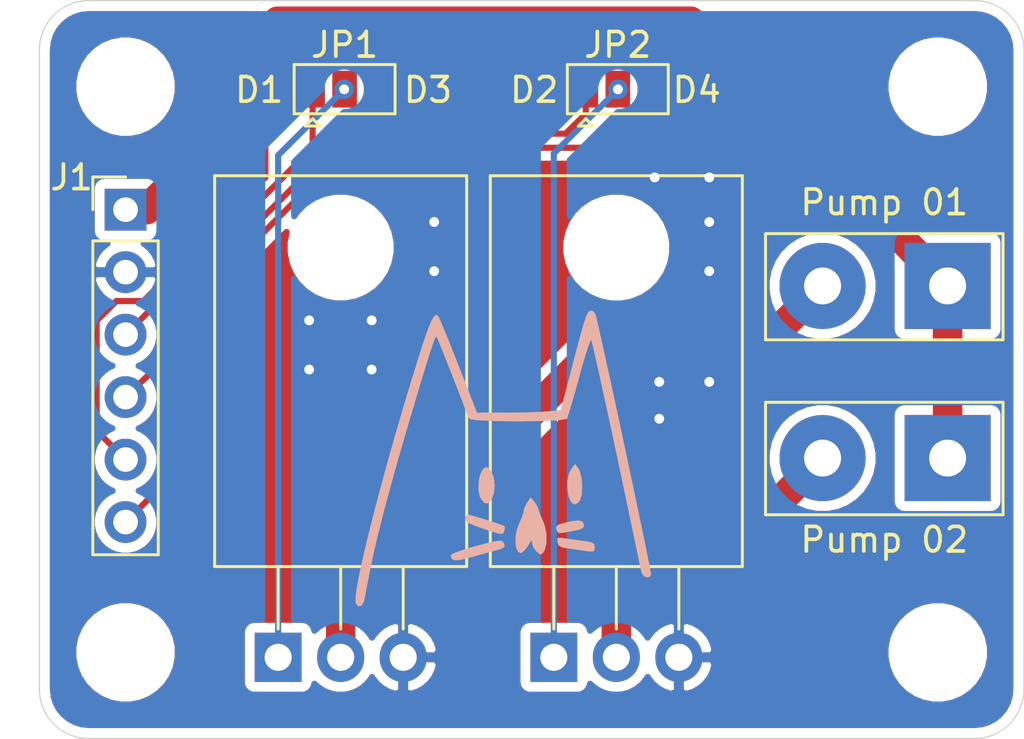
<source format=kicad_pcb>
(kicad_pcb (version 20171130) (host pcbnew "(5.1.5)-3")

  (general
    (thickness 1.6)
    (drawings 20)
    (tracks 61)
    (zones 0)
    (modules 12)
    (nets 11)
  )

  (page A4)
  (layers
    (0 F.Cu signal)
    (31 B.Cu signal)
    (32 B.Adhes user)
    (33 F.Adhes user)
    (34 B.Paste user)
    (35 F.Paste user)
    (36 B.SilkS user)
    (37 F.SilkS user)
    (38 B.Mask user)
    (39 F.Mask user)
    (40 Dwgs.User user)
    (41 Cmts.User user)
    (42 Eco1.User user)
    (43 Eco2.User user)
    (44 Edge.Cuts user)
    (45 Margin user)
    (46 B.CrtYd user)
    (47 F.CrtYd user)
    (48 B.Fab user)
    (49 F.Fab user)
  )

  (setup
    (last_trace_width 0.25)
    (trace_clearance 0.2)
    (zone_clearance 0.4)
    (zone_45_only no)
    (trace_min 0.2)
    (via_size 0.8)
    (via_drill 0.4)
    (via_min_size 0.4)
    (via_min_drill 0.3)
    (uvia_size 0.3)
    (uvia_drill 0.1)
    (uvias_allowed no)
    (uvia_min_size 0.2)
    (uvia_min_drill 0.1)
    (edge_width 0.05)
    (segment_width 0.2)
    (pcb_text_width 0.3)
    (pcb_text_size 1.5 1.5)
    (mod_edge_width 0.12)
    (mod_text_size 1 1)
    (mod_text_width 0.15)
    (pad_size 1.524 1.524)
    (pad_drill 0.762)
    (pad_to_mask_clearance 0.051)
    (solder_mask_min_width 0.25)
    (aux_axis_origin 0 0)
    (visible_elements 7FFFFFFF)
    (pcbplotparams
      (layerselection 0x010f0_ffffffff)
      (usegerberextensions false)
      (usegerberattributes false)
      (usegerberadvancedattributes false)
      (creategerberjobfile false)
      (excludeedgelayer true)
      (linewidth 0.100000)
      (plotframeref false)
      (viasonmask false)
      (mode 1)
      (useauxorigin false)
      (hpglpennumber 1)
      (hpglpenspeed 20)
      (hpglpendiameter 15.000000)
      (psnegative false)
      (psa4output false)
      (plotreference true)
      (plotvalue true)
      (plotinvisibletext false)
      (padsonsilk false)
      (subtractmaskfromsilk false)
      (outputformat 1)
      (mirror false)
      (drillshape 0)
      (scaleselection 1)
      (outputdirectory "gerber/"))
  )

  (net 0 "")
  (net 1 D4)
  (net 2 D3)
  (net 3 D2)
  (net 4 D1)
  (net 5 GND)
  (net 6 VCC)
  (net 7 P1)
  (net 8 P2)
  (net 9 "Net-(J2-Pad2)")
  (net 10 "Net-(J3-Pad2)")

  (net_class Default "This is the default net class."
    (clearance 0.2)
    (trace_width 0.25)
    (via_dia 0.8)
    (via_drill 0.4)
    (uvia_dia 0.3)
    (uvia_drill 0.1)
    (add_net D1)
    (add_net D2)
    (add_net D3)
    (add_net D4)
    (add_net P1)
    (add_net P2)
  )

  (net_class power ""
    (clearance 0.2)
    (trace_width 1.2)
    (via_dia 0.8)
    (via_drill 0.4)
    (uvia_dia 0.3)
    (uvia_drill 0.1)
    (add_net GND)
    (add_net "Net-(J2-Pad2)")
    (add_net "Net-(J3-Pad2)")
    (add_net VCC)
  )

  (module Connector_PinHeader_2.54mm:PinHeader_1x06_P2.54mm_Vertical (layer F.Cu) (tedit 5E9248EE) (tstamp 5E91D9ED)
    (at 53.5 108.5)
    (descr "Through hole straight pin header, 1x06, 2.54mm pitch, single row")
    (tags "Through hole pin header THT 1x06 2.54mm single row")
    (path /5E92A6F6)
    (fp_text reference J1 (at -2.192 -1.312 180) (layer F.SilkS)
      (effects (font (size 1 1) (thickness 0.15)))
    )
    (fp_text value BridgeHeader (at 0 15.03) (layer F.Fab)
      (effects (font (size 1 1) (thickness 0.15)))
    )
    (fp_text user %R (at 0 6.35 90) (layer F.Fab)
      (effects (font (size 1 1) (thickness 0.15)))
    )
    (fp_line (start 1.8 -1.524) (end -1.778 -1.524) (layer F.CrtYd) (width 0.05))
    (fp_line (start 1.8 14.5) (end 1.8 -1.524) (layer F.CrtYd) (width 0.05))
    (fp_line (start -1.8 14.5) (end 1.8 14.5) (layer F.CrtYd) (width 0.05))
    (fp_line (start -1.8 -1.524) (end -1.8 14.5) (layer F.CrtYd) (width 0.05))
    (fp_line (start -1.33 -1.33) (end 0 -1.33) (layer F.SilkS) (width 0.12))
    (fp_line (start -1.33 0) (end -1.33 -1.33) (layer F.SilkS) (width 0.12))
    (fp_line (start -1.33 1.27) (end 1.33 1.27) (layer F.SilkS) (width 0.12))
    (fp_line (start 1.33 1.27) (end 1.33 14.03) (layer F.SilkS) (width 0.12))
    (fp_line (start -1.33 1.27) (end -1.33 14.03) (layer F.SilkS) (width 0.12))
    (fp_line (start -1.33 14.03) (end 1.33 14.03) (layer F.SilkS) (width 0.12))
    (fp_line (start -1.27 -0.635) (end -0.635 -1.27) (layer F.Fab) (width 0.1))
    (fp_line (start -1.27 13.97) (end -1.27 -0.635) (layer F.Fab) (width 0.1))
    (fp_line (start 1.27 13.97) (end -1.27 13.97) (layer F.Fab) (width 0.1))
    (fp_line (start 1.27 -1.27) (end 1.27 13.97) (layer F.Fab) (width 0.1))
    (fp_line (start -0.635 -1.27) (end 1.27 -1.27) (layer F.Fab) (width 0.1))
    (pad 6 thru_hole oval (at 0 12.7) (size 1.7 1.7) (drill 1) (layers *.Cu *.Mask)
      (net 1 D4))
    (pad 5 thru_hole oval (at 0 10.16) (size 1.7 1.7) (drill 1) (layers *.Cu *.Mask)
      (net 2 D3))
    (pad 4 thru_hole oval (at 0 7.62) (size 1.7 1.7) (drill 1) (layers *.Cu *.Mask)
      (net 3 D2))
    (pad 3 thru_hole oval (at 0 5.08) (size 1.7 1.7) (drill 1) (layers *.Cu *.Mask)
      (net 4 D1))
    (pad 2 thru_hole oval (at 0 2.54) (size 1.7 1.7) (drill 1) (layers *.Cu *.Mask)
      (net 5 GND))
    (pad 1 thru_hole rect (at 0 0) (size 1.7 1.7) (drill 1) (layers *.Cu *.Mask)
      (net 6 VCC))
    (model ${KISYS3DMOD}/Connector_PinHeader_2.54mm.3dshapes/PinHeader_1x06_P2.54mm_Vertical.wrl
      (at (xyz 0 0 0))
      (scale (xyz 1 1 1))
      (rotate (xyz 0 0 0))
    )
  )

  (module Symbol:wilmas_playground_12mm (layer B.Cu) (tedit 0) (tstamp 5E92955B)
    (at 68.834 118.618 180)
    (fp_text reference G*** (at 0 0) (layer B.SilkS) hide
      (effects (font (size 1.524 1.524) (thickness 0.3)) (justify mirror))
    )
    (fp_text value LOGO (at 0.75 0) (layer B.SilkS) hide
      (effects (font (size 1.524 1.524) (thickness 0.3)) (justify mirror))
    )
    (fp_poly (pts (xy 0.810692 -0.438178) (xy 0.917674 -0.63423) (xy 0.980073 -0.926261) (xy 0.991786 -1.245345)
      (xy 0.946711 -1.522557) (xy 0.913744 -1.60198) (xy 0.769729 -1.796405) (xy 0.628123 -1.823794)
      (xy 0.478547 -1.685961) (xy 0.473565 -1.678917) (xy 0.367922 -1.412668) (xy 0.339019 -1.076681)
      (xy 0.385027 -0.745658) (xy 0.502538 -0.496213) (xy 0.625835 -0.364614) (xy 0.714865 -0.357462)
      (xy 0.810692 -0.438178)) (layer B.SilkS) (width 0.01))
    (fp_poly (pts (xy -2.780007 -0.419589) (xy -2.673647 -0.6358) (xy -2.62227 -0.920606) (xy -2.621531 -1.229532)
      (xy -2.667084 -1.518101) (xy -2.754585 -1.741839) (xy -2.879688 -1.856271) (xy -2.921 -1.862667)
      (xy -3.054405 -1.795617) (xy -3.129688 -1.698899) (xy -3.197944 -1.458349) (xy -3.21762 -1.133977)
      (xy -3.191722 -0.797314) (xy -3.123254 -0.519894) (xy -3.07634 -0.429048) (xy -2.935347 -0.227752)
      (xy -2.780007 -0.419589)) (layer B.SilkS) (width 0.01))
    (fp_poly (pts (xy -2.813267 -2.545001) (xy -2.442369 -2.630247) (xy -2.23907 -2.701978) (xy -2.168271 -2.791963)
      (xy -2.177077 -2.879721) (xy -2.20592 -2.970673) (xy -2.257666 -3.017704) (xy -2.369577 -3.024073)
      (xy -2.578913 -2.993038) (xy -2.861736 -2.939597) (xy -3.122986 -2.880197) (xy -3.253054 -2.816836)
      (xy -3.289007 -2.726394) (xy -3.285069 -2.675553) (xy -3.225956 -2.562903) (xy -3.076071 -2.519783)
      (xy -2.813267 -2.545001)) (layer B.SilkS) (width 0.01))
    (fp_poly (pts (xy 1.505398 -2.356334) (xy 1.524 -2.447769) (xy 1.490671 -2.537803) (xy 1.373171 -2.626722)
      (xy 1.145227 -2.728938) (xy 0.780567 -2.858865) (xy 0.765434 -2.863947) (xy 0.412655 -2.980512)
      (xy 0.187864 -3.045712) (xy 0.058822 -3.062956) (xy -0.006713 -3.035652) (xy -0.040981 -2.967209)
      (xy -0.046629 -2.949798) (xy -0.077921 -2.80371) (xy -0.071231 -2.756807) (xy 0.028652 -2.713315)
      (xy 0.24436 -2.637299) (xy 0.529126 -2.54354) (xy 0.836184 -2.446818) (xy 1.118767 -2.361914)
      (xy 1.330109 -2.303609) (xy 1.418455 -2.286) (xy 1.505398 -2.356334)) (layer B.SilkS) (width 0.01))
    (fp_poly (pts (xy -2.216971 -3.249436) (xy -2.209897 -3.356058) (xy -2.215 -3.39478) (xy -2.257117 -3.520511)
      (xy -2.368029 -3.595147) (xy -2.592646 -3.644578) (xy -2.667 -3.655366) (xy -2.994151 -3.7017)
      (xy -3.312536 -3.748466) (xy -3.407833 -3.762958) (xy -3.614975 -3.784747) (xy -3.704736 -3.747682)
      (xy -3.72524 -3.628728) (xy -3.725333 -3.610991) (xy -3.706703 -3.490867) (xy -3.623194 -3.420563)
      (xy -3.433379 -3.376308) (xy -3.280833 -3.355931) (xy -2.948071 -3.312428) (xy -2.623741 -3.265312)
      (xy -2.511334 -3.247313) (xy -2.302968 -3.220395) (xy -2.216971 -3.249436)) (layer B.SilkS) (width 0.01))
    (fp_poly (pts (xy -0.98766 -1.783715) (xy -0.88287 -1.983503) (xy -0.846667 -2.135812) (xy -0.808055 -2.303438)
      (xy -0.711925 -2.534828) (xy -0.677333 -2.602553) (xy -0.570464 -2.872575) (xy -0.51678 -3.1579)
      (xy -0.511259 -3.427812) (xy -0.548881 -3.651597) (xy -0.624624 -3.798541) (xy -0.733467 -3.837928)
      (xy -0.864297 -3.746201) (xy -1.015034 -3.544119) (xy -1.08624 -3.429) (xy -1.157949 -3.31068)
      (xy -1.180073 -3.343527) (xy -1.182759 -3.437044) (xy -1.238632 -3.607444) (xy -1.365197 -3.780136)
      (xy -1.507239 -3.886101) (xy -1.548855 -3.894667) (xy -1.626612 -3.829558) (xy -1.690355 -3.730899)
      (xy -1.765711 -3.454634) (xy -1.766972 -3.098041) (xy -1.698748 -2.730725) (xy -1.608667 -2.497667)
      (xy -1.504388 -2.271839) (xy -1.444756 -2.101443) (xy -1.439333 -2.065811) (xy -1.389901 -1.931978)
      (xy -1.283993 -1.774256) (xy -1.128653 -1.582419) (xy -0.98766 -1.783715)) (layer B.SilkS) (width 0.01))
    (fp_poly (pts (xy 0.359965 -3.372933) (xy 0.666502 -3.444369) (xy 1.091925 -3.557094) (xy 1.480242 -3.669852)
      (xy 1.800817 -3.776243) (xy 2.022594 -3.864981) (xy 2.114516 -3.924783) (xy 2.11537 -3.928946)
      (xy 2.088512 -4.064135) (xy 1.995048 -4.129854) (xy 1.808478 -4.128875) (xy 1.502301 -4.063969)
      (xy 1.312333 -4.012946) (xy 0.940096 -3.909948) (xy 0.580734 -3.811574) (xy 0.304252 -3.736972)
      (xy 0.275167 -3.729257) (xy 0.03405 -3.654356) (xy -0.066094 -3.578671) (xy -0.05102 -3.471816)
      (xy -0.007445 -3.395814) (xy 0.049508 -3.352545) (xy 0.16314 -3.343621) (xy 0.359965 -3.372933)) (layer B.SilkS) (width 0.01))
    (fp_poly (pts (xy -3.536352 6.002368) (xy -3.481934 5.963278) (xy -3.425988 5.875776) (xy -3.362144 5.721574)
      (xy -3.284038 5.482385) (xy -3.1853 5.13992) (xy -3.059565 4.675891) (xy -2.900465 4.072011)
      (xy -2.840418 3.842229) (xy -2.351542 1.969457) (xy -1.840684 1.916062) (xy -1.561301 1.896034)
      (xy -1.162653 1.879443) (xy -0.694802 1.867855) (xy -0.207805 1.862835) (xy -0.135747 1.862745)
      (xy 1.058333 1.862824) (xy 1.810674 3.788912) (xy 2.022639 4.327311) (xy 2.217553 4.814343)
      (xy 2.386098 5.227375) (xy 2.518958 5.543769) (xy 2.606817 5.74089) (xy 2.636778 5.796038)
      (xy 2.710198 5.832971) (xy 2.792762 5.778942) (xy 2.890761 5.620526) (xy 3.010484 5.344302)
      (xy 3.158221 4.936844) (xy 3.340262 4.384731) (xy 3.428506 4.106333) (xy 3.751404 3.062754)
      (xy 4.06605 2.014849) (xy 4.368949 0.976324) (xy 4.656603 -0.039115) (xy 4.925516 -1.017765)
      (xy 5.172192 -1.94592) (xy 5.393132 -2.809875) (xy 5.584841 -3.595926) (xy 5.743821 -4.290368)
      (xy 5.866577 -4.879496) (xy 5.94961 -5.349605) (xy 5.989424 -5.68699) (xy 5.982523 -5.877947)
      (xy 5.97887 -5.889143) (xy 5.878486 -6.003035) (xy 5.754521 -5.980817) (xy 5.657008 -5.83887)
      (xy 5.640985 -5.7785) (xy 5.606918 -5.601196) (xy 5.549906 -5.302857) (xy 5.478601 -4.928809)
      (xy 5.418757 -4.614333) (xy 5.271284 -3.907403) (xy 5.071249 -3.057236) (xy 4.822909 -2.08011)
      (xy 4.530523 -0.992302) (xy 4.198348 0.189908) (xy 3.846433 1.397) (xy 3.585069 2.276877)
      (xy 3.366813 3.006609) (xy 3.187605 3.59868) (xy 3.043386 4.065577) (xy 2.930096 4.419786)
      (xy 2.843676 4.673792) (xy 2.780066 4.840081) (xy 2.735207 4.931139) (xy 2.705039 4.959451)
      (xy 2.691255 4.949913) (xy 2.645976 4.848139) (xy 2.547272 4.607476) (xy 2.402695 4.247008)
      (xy 2.219795 3.785819) (xy 2.006124 3.242994) (xy 1.769234 2.637616) (xy 1.516676 1.988769)
      (xy 1.377521 1.629833) (xy 1.282413 1.59357) (xy 1.047266 1.564183) (xy 0.701234 1.541675)
      (xy 0.27347 1.526044) (xy -0.206869 1.51729) (xy -0.710631 1.515415) (xy -1.208661 1.520417)
      (xy -1.671805 1.532297) (xy -2.070908 1.551054) (xy -2.376817 1.576689) (xy -2.560376 1.609202)
      (xy -2.598503 1.629833) (xy -2.64098 1.741336) (xy -2.718929 1.989591) (xy -2.824437 2.34767)
      (xy -2.94959 2.788647) (xy -3.086473 3.285593) (xy -3.102398 3.344333) (xy -3.237208 3.827549)
      (xy -3.360074 4.240023) (xy -3.463713 4.559533) (xy -3.54084 4.763853) (xy -3.584171 4.830758)
      (xy -3.588022 4.826) (xy -3.622746 4.700626) (xy -3.68836 4.427302) (xy -3.780982 4.023802)
      (xy -3.896731 3.507901) (xy -4.031725 2.897372) (xy -4.182083 2.209991) (xy -4.343924 1.463532)
      (xy -4.513365 0.675769) (xy -4.686524 -0.135523) (xy -4.859522 -0.952569) (xy -5.028474 -1.757596)
      (xy -5.085679 -2.032) (xy -5.215854 -2.656895) (xy -5.336525 -3.23482) (xy -5.442913 -3.742982)
      (xy -5.530235 -4.158588) (xy -5.59371 -4.458847) (xy -5.628558 -4.620965) (xy -5.631831 -4.6355)
      (xy -5.715812 -4.767758) (xy -5.849141 -4.826993) (xy -5.968393 -4.801903) (xy -6.011333 -4.703117)
      (xy -5.993879 -4.586199) (xy -5.943999 -4.321319) (xy -5.865422 -3.925945) (xy -5.761874 -3.417542)
      (xy -5.637082 -2.813579) (xy -5.494773 -2.131523) (xy -5.338673 -1.388841) (xy -5.17251 -0.603)
      (xy -5.000011 0.208532) (xy -4.824902 1.02829) (xy -4.650911 1.838804) (xy -4.481764 2.622608)
      (xy -4.321188 3.362235) (xy -4.17291 4.040218) (xy -4.040658 4.639089) (xy -3.928157 5.141382)
      (xy -3.839135 5.529628) (xy -3.777318 5.786362) (xy -3.756851 5.863167) (xy -3.664539 5.98888)
      (xy -3.595607 6.011333) (xy -3.536352 6.002368)) (layer B.SilkS) (width 0.01))
  )

  (module MountingHole:MountingHole_3.2mm_M3 (layer F.Cu) (tedit 56D1B4CB) (tstamp 5E922EBA)
    (at 86.5 126.5)
    (descr "Mounting Hole 3.2mm, no annular, M3")
    (tags "mounting hole 3.2mm no annular m3")
    (attr virtual)
    (fp_text reference hole4 (at 0 -4.2) (layer F.SilkS) hide
      (effects (font (size 1 1) (thickness 0.15)))
    )
    (fp_text value MountingHole_3.2mm_M3 (at 0 4.2) (layer F.Fab) hide
      (effects (font (size 1 1) (thickness 0.15)))
    )
    (fp_circle (center 0 0) (end 3.45 0) (layer F.CrtYd) (width 0.05))
    (fp_circle (center 0 0) (end 3.2 0) (layer Cmts.User) (width 0.15))
    (fp_text user %R (at 0.3 0) (layer F.Fab)
      (effects (font (size 1 1) (thickness 0.15)))
    )
    (pad 1 np_thru_hole circle (at 0 0) (size 3.2 3.2) (drill 3.2) (layers *.Cu *.Mask))
  )

  (module MountingHole:MountingHole_3.2mm_M3 (layer F.Cu) (tedit 56D1B4CB) (tstamp 5E922EAC)
    (at 53.5 126.5)
    (descr "Mounting Hole 3.2mm, no annular, M3")
    (tags "mounting hole 3.2mm no annular m3")
    (attr virtual)
    (fp_text reference hole3 (at 0 -4.2) (layer F.SilkS) hide
      (effects (font (size 1 1) (thickness 0.15)))
    )
    (fp_text value MountingHole_3.2mm_M3 (at 0 4.2) (layer F.Fab) hide
      (effects (font (size 1 1) (thickness 0.15)))
    )
    (fp_text user %R (at 0.3 0) (layer F.Fab)
      (effects (font (size 1 1) (thickness 0.15)))
    )
    (fp_circle (center 0 0) (end 3.2 0) (layer Cmts.User) (width 0.15))
    (fp_circle (center 0 0) (end 3.45 0) (layer F.CrtYd) (width 0.05))
    (pad 1 np_thru_hole circle (at 0 0) (size 3.2 3.2) (drill 3.2) (layers *.Cu *.Mask))
  )

  (module MountingHole:MountingHole_3.2mm_M3 (layer F.Cu) (tedit 56D1B4CB) (tstamp 5E91EA08)
    (at 86.5 103.5)
    (descr "Mounting Hole 3.2mm, no annular, M3")
    (tags "mounting hole 3.2mm no annular m3")
    (attr virtual)
    (fp_text reference hole2 (at 0 -4.2) (layer F.SilkS) hide
      (effects (font (size 1 1) (thickness 0.15)))
    )
    (fp_text value MountingHole_3.2mm_M3 (at 0 3.688) (layer F.Fab) hide
      (effects (font (size 1 1) (thickness 0.15)))
    )
    (fp_text user %R (at 0.3 0) (layer F.Fab)
      (effects (font (size 1 1) (thickness 0.15)))
    )
    (fp_circle (center 0 0) (end 3.2 0) (layer Cmts.User) (width 0.15))
    (fp_circle (center 0 0) (end 3.45 0) (layer F.CrtYd) (width 0.05))
    (pad 1 np_thru_hole circle (at 0 0) (size 3.2 3.2) (drill 3.2) (layers *.Cu *.Mask))
  )

  (module MountingHole:MountingHole_3.2mm_M3 (layer F.Cu) (tedit 56D1B4CB) (tstamp 5E922E7C)
    (at 53.5 103.5)
    (descr "Mounting Hole 3.2mm, no annular, M3")
    (tags "mounting hole 3.2mm no annular m3")
    (attr virtual)
    (fp_text reference hole1 (at 0 -4.2) (layer F.SilkS) hide
      (effects (font (size 1 1) (thickness 0.15)))
    )
    (fp_text value MountingHole_3.2mm_M3 (at 0 4.2) (layer F.Fab) hide
      (effects (font (size 1 1) (thickness 0.15)))
    )
    (fp_circle (center 0 0) (end 3.45 0) (layer F.CrtYd) (width 0.05))
    (fp_circle (center 0 0) (end 3.2 0) (layer Cmts.User) (width 0.15))
    (fp_text user %R (at 0.3 0) (layer F.Fab)
      (effects (font (size 1 1) (thickness 0.15)))
    )
    (pad 1 np_thru_hole circle (at 0 0) (size 3.2 3.2) (drill 3.2) (layers *.Cu *.Mask))
  )

  (module Connector_Wire:SolderWirePad_1x02_P5.08mm_Drill1.5mm (layer F.Cu) (tedit 5AEE5F19) (tstamp 5E91D850)
    (at 86.9 118.6 180)
    (descr "Wire solder connection")
    (tags connector)
    (path /5E91F94D)
    (attr virtual)
    (fp_text reference J3 (at -1.492 -2.812) (layer F.SilkS) hide
      (effects (font (size 1 1) (thickness 0.15)))
    )
    (fp_text value "Pump 02" (at 2.572 -3.32) (layer F.SilkS)
      (effects (font (size 1 1) (thickness 0.15)))
    )
    (fp_line (start 7.33 2.25) (end -2.25 2.25) (layer F.CrtYd) (width 0.05))
    (fp_line (start 7.33 2.25) (end 7.33 -2.25) (layer F.CrtYd) (width 0.05))
    (fp_line (start -2.25 -2.25) (end -2.25 2.25) (layer F.CrtYd) (width 0.05))
    (fp_line (start -2.25 -2.25) (end 7.33 -2.25) (layer F.CrtYd) (width 0.05))
    (fp_text user %R (at 2.54 0) (layer F.Fab)
      (effects (font (size 1 1) (thickness 0.15)))
    )
    (pad 2 thru_hole circle (at 5.08 0 180) (size 3.50012 3.50012) (drill 1.50114) (layers *.Cu *.Mask)
      (net 10 "Net-(J3-Pad2)"))
    (pad 1 thru_hole rect (at 0 0 180) (size 3.50012 3.50012) (drill 1.50114) (layers *.Cu *.Mask)
      (net 6 VCC))
  )

  (module Connector_Wire:SolderWirePad_1x02_P5.08mm_Drill1.5mm (layer F.Cu) (tedit 5AEE5F19) (tstamp 5E91D845)
    (at 86.9 111.6 180)
    (descr "Wire solder connection")
    (tags connector)
    (path /5E91DD7F)
    (attr virtual)
    (fp_text reference J2 (at -1.492 2.888) (layer F.SilkS) hide
      (effects (font (size 1 1) (thickness 0.15)))
    )
    (fp_text value "Pump 01" (at 2.572 3.396) (layer F.SilkS)
      (effects (font (size 1 1) (thickness 0.15)))
    )
    (fp_line (start 7.33 2.25) (end -2.25 2.25) (layer F.CrtYd) (width 0.05))
    (fp_line (start 7.33 2.25) (end 7.33 -2.25) (layer F.CrtYd) (width 0.05))
    (fp_line (start -2.25 -2.25) (end -2.25 2.25) (layer F.CrtYd) (width 0.05))
    (fp_line (start -2.25 -2.25) (end 7.33 -2.25) (layer F.CrtYd) (width 0.05))
    (fp_text user %R (at 2.54 0) (layer F.Fab)
      (effects (font (size 1 1) (thickness 0.15)))
    )
    (pad 2 thru_hole circle (at 5.08 0 180) (size 3.50012 3.50012) (drill 1.50114) (layers *.Cu *.Mask)
      (net 9 "Net-(J2-Pad2)"))
    (pad 1 thru_hole rect (at 0 0 180) (size 3.50012 3.50012) (drill 1.50114) (layers *.Cu *.Mask)
      (net 6 VCC))
  )

  (module Package_TO_SOT_THT:TO-220-3_Horizontal_TabDown (layer F.Cu) (tedit 5AC8BA0D) (tstamp 5E91DA79)
    (at 70.9 126.7)
    (descr "TO-220-3, Horizontal, RM 2.54mm, see https://www.vishay.com/docs/66542/to-220-1.pdf")
    (tags "TO-220-3 Horizontal RM 2.54mm")
    (path /5E927D0C)
    (fp_text reference Q2 (at 2.54 -20.58) (layer F.SilkS) hide
      (effects (font (size 1 1) (thickness 0.15)))
    )
    (fp_text value IRLZ44N (at 2.54 2) (layer F.Fab)
      (effects (font (size 1 1) (thickness 0.15)))
    )
    (fp_text user %R (at 2.54 -20.58) (layer F.Fab) hide
      (effects (font (size 1 1) (thickness 0.15)))
    )
    (fp_line (start 7.79 -19.71) (end -2.71 -19.71) (layer F.CrtYd) (width 0.05))
    (fp_line (start 7.79 1.25) (end 7.79 -19.71) (layer F.CrtYd) (width 0.05))
    (fp_line (start -2.71 1.25) (end 7.79 1.25) (layer F.CrtYd) (width 0.05))
    (fp_line (start -2.71 -19.71) (end -2.71 1.25) (layer F.CrtYd) (width 0.05))
    (fp_line (start 5.08 -3.69) (end 5.08 -1.15) (layer F.SilkS) (width 0.12))
    (fp_line (start 2.54 -3.69) (end 2.54 -1.15) (layer F.SilkS) (width 0.12))
    (fp_line (start 0 -3.69) (end 0 -1.15) (layer F.SilkS) (width 0.12))
    (fp_line (start 7.66 -19.58) (end 7.66 -3.69) (layer F.SilkS) (width 0.12))
    (fp_line (start -2.58 -19.58) (end -2.58 -3.69) (layer F.SilkS) (width 0.12))
    (fp_line (start -2.58 -19.58) (end 7.66 -19.58) (layer F.SilkS) (width 0.12))
    (fp_line (start -2.58 -3.69) (end 7.66 -3.69) (layer F.SilkS) (width 0.12))
    (fp_line (start 5.08 -3.81) (end 5.08 0) (layer F.Fab) (width 0.1))
    (fp_line (start 2.54 -3.81) (end 2.54 0) (layer F.Fab) (width 0.1))
    (fp_line (start 0 -3.81) (end 0 0) (layer F.Fab) (width 0.1))
    (fp_line (start 7.54 -3.81) (end -2.46 -3.81) (layer F.Fab) (width 0.1))
    (fp_line (start 7.54 -13.06) (end 7.54 -3.81) (layer F.Fab) (width 0.1))
    (fp_line (start -2.46 -13.06) (end 7.54 -13.06) (layer F.Fab) (width 0.1))
    (fp_line (start -2.46 -3.81) (end -2.46 -13.06) (layer F.Fab) (width 0.1))
    (fp_line (start 7.54 -13.06) (end -2.46 -13.06) (layer F.Fab) (width 0.1))
    (fp_line (start 7.54 -19.46) (end 7.54 -13.06) (layer F.Fab) (width 0.1))
    (fp_line (start -2.46 -19.46) (end 7.54 -19.46) (layer F.Fab) (width 0.1))
    (fp_line (start -2.46 -13.06) (end -2.46 -19.46) (layer F.Fab) (width 0.1))
    (fp_circle (center 2.54 -16.66) (end 4.39 -16.66) (layer F.Fab) (width 0.1))
    (pad 3 thru_hole oval (at 5.08 0) (size 1.905 2) (drill 1.1) (layers *.Cu *.Mask)
      (net 5 GND))
    (pad 2 thru_hole oval (at 2.54 0) (size 1.905 2) (drill 1.1) (layers *.Cu *.Mask)
      (net 10 "Net-(J3-Pad2)"))
    (pad 1 thru_hole rect (at 0 0) (size 1.905 2) (drill 1.1) (layers *.Cu *.Mask)
      (net 8 P2))
    (pad "" np_thru_hole oval (at 2.54 -16.66) (size 3.5 3.5) (drill 3.5) (layers *.Cu *.Mask))
    (model ${KISYS3DMOD}/Package_TO_SOT_THT.3dshapes/TO-220-3_Horizontal_TabDown.wrl
      (at (xyz 0 0 0))
      (scale (xyz 1 1 1))
      (rotate (xyz 0 0 0))
    )
  )

  (module Package_TO_SOT_THT:TO-220-3_Horizontal_TabDown (layer F.Cu) (tedit 5AC8BA0D) (tstamp 5E91DA59)
    (at 59.7 126.7)
    (descr "TO-220-3, Horizontal, RM 2.54mm, see https://www.vishay.com/docs/66542/to-220-1.pdf")
    (tags "TO-220-3 Horizontal RM 2.54mm")
    (path /5E7FA505)
    (fp_text reference Q1 (at 2.54 -20.58) (layer F.SilkS) hide
      (effects (font (size 1 1) (thickness 0.15)))
    )
    (fp_text value IRLZ44N (at 2.54 2) (layer F.Fab)
      (effects (font (size 1 1) (thickness 0.15)))
    )
    (fp_text user %R (at 2.54 -20.58) (layer F.Fab)
      (effects (font (size 1 1) (thickness 0.15)))
    )
    (fp_line (start 7.79 -19.71) (end -2.71 -19.71) (layer F.CrtYd) (width 0.05))
    (fp_line (start 7.79 1.25) (end 7.79 -19.71) (layer F.CrtYd) (width 0.05))
    (fp_line (start -2.71 1.25) (end 7.79 1.25) (layer F.CrtYd) (width 0.05))
    (fp_line (start -2.71 -19.71) (end -2.71 1.25) (layer F.CrtYd) (width 0.05))
    (fp_line (start 5.08 -3.69) (end 5.08 -1.15) (layer F.SilkS) (width 0.12))
    (fp_line (start 2.54 -3.69) (end 2.54 -1.15) (layer F.SilkS) (width 0.12))
    (fp_line (start 0 -3.69) (end 0 -1.15) (layer F.SilkS) (width 0.12))
    (fp_line (start 7.66 -19.58) (end 7.66 -3.69) (layer F.SilkS) (width 0.12))
    (fp_line (start -2.58 -19.58) (end -2.58 -3.69) (layer F.SilkS) (width 0.12))
    (fp_line (start -2.58 -19.58) (end 7.66 -19.58) (layer F.SilkS) (width 0.12))
    (fp_line (start -2.58 -3.69) (end 7.66 -3.69) (layer F.SilkS) (width 0.12))
    (fp_line (start 5.08 -3.81) (end 5.08 0) (layer F.Fab) (width 0.1))
    (fp_line (start 2.54 -3.81) (end 2.54 0) (layer F.Fab) (width 0.1))
    (fp_line (start 0 -3.81) (end 0 0) (layer F.Fab) (width 0.1))
    (fp_line (start 7.54 -3.81) (end -2.46 -3.81) (layer F.Fab) (width 0.1))
    (fp_line (start 7.54 -13.06) (end 7.54 -3.81) (layer F.Fab) (width 0.1))
    (fp_line (start -2.46 -13.06) (end 7.54 -13.06) (layer F.Fab) (width 0.1))
    (fp_line (start -2.46 -3.81) (end -2.46 -13.06) (layer F.Fab) (width 0.1))
    (fp_line (start 7.54 -13.06) (end -2.46 -13.06) (layer F.Fab) (width 0.1))
    (fp_line (start 7.54 -19.46) (end 7.54 -13.06) (layer F.Fab) (width 0.1))
    (fp_line (start -2.46 -19.46) (end 7.54 -19.46) (layer F.Fab) (width 0.1))
    (fp_line (start -2.46 -13.06) (end -2.46 -19.46) (layer F.Fab) (width 0.1))
    (fp_circle (center 2.54 -16.66) (end 4.39 -16.66) (layer F.Fab) (width 0.1))
    (pad 3 thru_hole oval (at 5.08 0) (size 1.905 2) (drill 1.1) (layers *.Cu *.Mask)
      (net 5 GND))
    (pad 2 thru_hole oval (at 2.54 0) (size 1.905 2) (drill 1.1) (layers *.Cu *.Mask)
      (net 9 "Net-(J2-Pad2)"))
    (pad 1 thru_hole rect (at 0 0) (size 1.905 2) (drill 1.1) (layers *.Cu *.Mask)
      (net 7 P1))
    (pad "" np_thru_hole oval (at 2.54 -16.66) (size 3.5 3.5) (drill 3.5) (layers *.Cu *.Mask))
    (model ${KISYS3DMOD}/Package_TO_SOT_THT.3dshapes/TO-220-3_Horizontal_TabDown.wrl
      (at (xyz 0 0 0))
      (scale (xyz 1 1 1))
      (rotate (xyz 0 0 0))
    )
  )

  (module Jumper:SolderJumper-3_P1.3mm_Open_Pad1.0x1.5mm (layer F.Cu) (tedit 5A3F8BB2) (tstamp 5E91DD7B)
    (at 73.5 103.6)
    (descr "SMD Solder 3-pad Jumper, 1x1.5mm Pads, 0.3mm gap, open")
    (tags "solder jumper open")
    (path /5E92FDCA)
    (attr virtual)
    (fp_text reference JP2 (at 0 -1.8) (layer F.SilkS)
      (effects (font (size 1 1) (thickness 0.15)))
    )
    (fp_text value SolderJumper_3_Open (at 0 2) (layer F.Fab)
      (effects (font (size 1 1) (thickness 0.15)))
    )
    (fp_line (start 2.3 1.25) (end -2.3 1.25) (layer F.CrtYd) (width 0.05))
    (fp_line (start 2.3 1.25) (end 2.3 -1.25) (layer F.CrtYd) (width 0.05))
    (fp_line (start -2.3 -1.25) (end -2.3 1.25) (layer F.CrtYd) (width 0.05))
    (fp_line (start -2.3 -1.25) (end 2.3 -1.25) (layer F.CrtYd) (width 0.05))
    (fp_line (start -2.05 -1) (end 2.05 -1) (layer F.SilkS) (width 0.12))
    (fp_line (start 2.05 -1) (end 2.05 1) (layer F.SilkS) (width 0.12))
    (fp_line (start 2.05 1) (end -2.05 1) (layer F.SilkS) (width 0.12))
    (fp_line (start -2.05 1) (end -2.05 -1) (layer F.SilkS) (width 0.12))
    (fp_line (start -1.3 1.2) (end -1.6 1.5) (layer F.SilkS) (width 0.12))
    (fp_line (start -1.6 1.5) (end -1 1.5) (layer F.SilkS) (width 0.12))
    (fp_line (start -1.3 1.2) (end -1 1.5) (layer F.SilkS) (width 0.12))
    (pad 1 smd rect (at -1.3 0) (size 1 1.5) (layers F.Cu F.Mask)
      (net 3 D2))
    (pad 2 smd rect (at 0 0) (size 1 1.5) (layers F.Cu F.Mask)
      (net 8 P2))
    (pad 3 smd rect (at 1.3 0) (size 1 1.5) (layers F.Cu F.Mask)
      (net 1 D4))
  )

  (module Jumper:SolderJumper-3_P1.3mm_Open_Pad1.0x1.5mm (layer F.Cu) (tedit 5A3F8BB2) (tstamp 5E922F93)
    (at 62.4 103.6)
    (descr "SMD Solder 3-pad Jumper, 1x1.5mm Pads, 0.3mm gap, open")
    (tags "solder jumper open")
    (path /5E92E5C2)
    (attr virtual)
    (fp_text reference JP1 (at 0 -1.8 -180) (layer F.SilkS)
      (effects (font (size 1 1) (thickness 0.15)))
    )
    (fp_text value SolderJumper_3_Open (at 0 2 -180) (layer F.Fab)
      (effects (font (size 1 1) (thickness 0.15)))
    )
    (fp_line (start 2.3 1.25) (end -2.3 1.25) (layer F.CrtYd) (width 0.05))
    (fp_line (start 2.3 1.25) (end 2.3 -1.25) (layer F.CrtYd) (width 0.05))
    (fp_line (start -2.3 -1.25) (end -2.3 1.25) (layer F.CrtYd) (width 0.05))
    (fp_line (start -2.3 -1.25) (end 2.3 -1.25) (layer F.CrtYd) (width 0.05))
    (fp_line (start -2.05 -1) (end 2.05 -1) (layer F.SilkS) (width 0.12))
    (fp_line (start 2.05 -1) (end 2.05 1) (layer F.SilkS) (width 0.12))
    (fp_line (start 2.05 1) (end -2.05 1) (layer F.SilkS) (width 0.12))
    (fp_line (start -2.05 1) (end -2.05 -1) (layer F.SilkS) (width 0.12))
    (fp_line (start -1.3 1.2) (end -1.6 1.5) (layer F.SilkS) (width 0.12))
    (fp_line (start -1.6 1.5) (end -1 1.5) (layer F.SilkS) (width 0.12))
    (fp_line (start -1.3 1.2) (end -1 1.5) (layer F.SilkS) (width 0.12))
    (pad 1 smd rect (at -1.3 0) (size 1 1.5) (layers F.Cu F.Mask)
      (net 4 D1))
    (pad 2 smd rect (at 0 0) (size 1 1.5) (layers F.Cu F.Mask)
      (net 7 P1))
    (pad 3 smd rect (at 1.3 0) (size 1 1.5) (layers F.Cu F.Mask)
      (net 2 D3))
  )

  (gr_line (start 79.502 109.474) (end 89.154 109.474) (layer F.SilkS) (width 0.12) (tstamp 5E92A10A))
  (gr_line (start 79.502 113.792) (end 79.502 109.474) (layer F.SilkS) (width 0.12))
  (gr_line (start 89.154 113.792) (end 79.502 113.792) (layer F.SilkS) (width 0.12))
  (gr_line (start 89.154 109.474) (end 89.154 113.792) (layer F.SilkS) (width 0.12))
  (gr_line (start 89.154 120.904) (end 89.154 116.332) (layer F.SilkS) (width 0.12) (tstamp 5E92A0FC))
  (gr_line (start 79.502 120.904) (end 89.154 120.904) (layer F.SilkS) (width 0.12))
  (gr_line (start 79.502 116.332) (end 79.502 120.904) (layer F.SilkS) (width 0.12))
  (gr_line (start 89.154 116.332) (end 79.502 116.332) (layer F.SilkS) (width 0.12))
  (gr_arc (start 52 102) (end 52 100) (angle -90) (layer Edge.Cuts) (width 0.05))
  (gr_arc (start 52 128) (end 50 128) (angle -90) (layer Edge.Cuts) (width 0.05))
  (gr_arc (start 88 128) (end 88 130) (angle -90) (layer Edge.Cuts) (width 0.05))
  (gr_arc (start 88 102) (end 90 102) (angle -90) (layer Edge.Cuts) (width 0.05))
  (gr_text D4 (at 76.708 103.632) (layer F.SilkS) (tstamp 5E91E958)
    (effects (font (size 1 1) (thickness 0.15)))
  )
  (gr_text D2 (at 70.104 103.632) (layer F.SilkS) (tstamp 5E91E956)
    (effects (font (size 1 1) (thickness 0.15)))
  )
  (gr_text D3 (at 65.786 103.632) (layer F.SilkS) (tstamp 5E91E954)
    (effects (font (size 1 1) (thickness 0.15)))
  )
  (gr_text D1 (at 58.928 103.632) (layer F.SilkS)
    (effects (font (size 1 1) (thickness 0.15)))
  )
  (gr_line (start 88 130) (end 52 130) (layer Edge.Cuts) (width 0.05))
  (gr_line (start 90 102) (end 90 128) (layer Edge.Cuts) (width 0.05))
  (gr_line (start 52 100) (end 88 100) (layer Edge.Cuts) (width 0.05))
  (gr_line (start 50 128) (end 50 102) (layer Edge.Cuts) (width 0.05) (tstamp 5E9205DB))

  (segment (start 53.5 121.2) (end 55.56801 119.13199) (width 0.25) (layer F.Cu) (net 1))
  (segment (start 55.56801 119.13199) (end 55.56801 112.9624) (width 0.25) (layer F.Cu) (net 1))
  (segment (start 55.56801 112.9624) (end 62.548205 105.982205) (width 0.25) (layer F.Cu) (net 1))
  (segment (start 74.8 104.6) (end 74.8 103.6) (width 0.25) (layer F.Cu) (net 1))
  (segment (start 73.417795 105.982205) (end 74.8 104.6) (width 0.25) (layer F.Cu) (net 1))
  (segment (start 62.548205 105.982205) (end 73.417795 105.982205) (width 0.25) (layer F.Cu) (net 1))
  (segment (start 63.7 102.616) (end 63.37101 102.362) (width 0.25) (layer F.Cu) (net 2))
  (segment (start 52.324999 117.484999) (end 53.5 118.66) (width 0.25) (layer F.Cu) (net 2))
  (segment (start 63.7 103.6) (end 63.7 102.616) (width 0.25) (layer F.Cu) (net 2))
  (segment (start 63.37101 102.362) (end 60.198 102.362) (width 0.25) (layer F.Cu) (net 2))
  (segment (start 52.324999 113.015999) (end 52.324999 117.484999) (width 0.25) (layer F.Cu) (net 2))
  (segment (start 60.198 102.362) (end 59.182 103.378) (width 0.25) (layer F.Cu) (net 2))
  (segment (start 59.182 103.378) (end 59.182 107.188) (width 0.25) (layer F.Cu) (net 2))
  (segment (start 53.125997 112.215001) (end 52.324999 113.015999) (width 0.25) (layer F.Cu) (net 2))
  (segment (start 59.182 107.188) (end 54.228589 112.215001) (width 0.25) (layer F.Cu) (net 2))
  (segment (start 54.228589 112.215001) (end 53.125997 112.215001) (width 0.25) (layer F.Cu) (net 2))
  (segment (start 55.118 114.554) (end 55.118 112.776) (width 0.25) (layer F.Cu) (net 3))
  (segment (start 53.5 116.12) (end 55.118 114.554) (width 0.25) (layer F.Cu) (net 3))
  (segment (start 62.484 105.41) (end 71.374 105.41) (width 0.25) (layer F.Cu) (net 3))
  (segment (start 71.374 105.41) (end 72.2 104.6) (width 0.25) (layer F.Cu) (net 3))
  (segment (start 72.2 104.6) (end 72.2 103.6) (width 0.25) (layer F.Cu) (net 3))
  (segment (start 55.118 112.776) (end 62.484 105.41) (width 0.25) (layer F.Cu) (net 3))
  (segment (start 61.1 105.98) (end 61.1 103.6) (width 0.25) (layer F.Cu) (net 4))
  (segment (start 53.5 113.58) (end 61.1 105.98) (width 0.25) (layer F.Cu) (net 4))
  (segment (start 64.78 126.7475) (end 64.78 126.7) (width 1.2) (layer F.Cu) (net 5))
  (segment (start 53.5 111.04) (end 53.5 111.137998) (width 1.2) (layer F.Cu) (net 5))
  (segment (start 75.98 126.7475) (end 75.98 126.7) (width 1.2) (layer F.Cu) (net 5))
  (via (at 75 107.188) (size 0.8) (drill 0.4) (layers F.Cu B.Cu) (net 5))
  (via (at 75.184 117) (size 0.8) (drill 0.4) (layers F.Cu B.Cu) (net 5))
  (via (at 77.216 107.188) (size 0.8) (drill 0.4) (layers F.Cu B.Cu) (net 5))
  (via (at 77.216 109) (size 0.8) (drill 0.4) (layers F.Cu B.Cu) (net 5))
  (via (at 66.04 109) (size 0.8) (drill 0.4) (layers F.Cu B.Cu) (net 5))
  (via (at 66.04 111) (size 0.8) (drill 0.4) (layers F.Cu B.Cu) (net 5))
  (via (at 63.5 113) (size 0.8) (drill 0.4) (layers F.Cu B.Cu) (net 5))
  (via (at 60.96 113) (size 0.8) (drill 0.4) (layers F.Cu B.Cu) (net 5))
  (via (at 60.96 115) (size 0.8) (drill 0.4) (layers F.Cu B.Cu) (net 5))
  (via (at 63.5 115) (size 0.8) (drill 0.4) (layers F.Cu B.Cu) (net 5))
  (via (at 75.184 115.5) (size 0.8) (drill 0.4) (layers F.Cu B.Cu) (net 5) (tstamp 5E91EB22))
  (via (at 77.216 115.5) (size 0.8) (drill 0.4) (layers F.Cu B.Cu) (net 5) (tstamp 5E91EB25))
  (via (at 77.216 111) (size 0.8) (drill 0.4) (layers F.Cu B.Cu) (net 5) (tstamp 5E91EB2A))
  (segment (start 86.9 111.6) (end 86.9 118.6) (width 1.2) (layer F.Cu) (net 6))
  (segment (start 76.454 100.838) (end 86.9 111.6) (width 1.2) (layer F.Cu) (net 6))
  (segment (start 54.356 108.5) (end 57.658 105.156) (width 1.2) (layer F.Cu) (net 6))
  (segment (start 57.658 105.156) (end 57.658 102.87) (width 1.2) (layer F.Cu) (net 6))
  (segment (start 53.5 108.5) (end 54.356 108.5) (width 1.2) (layer F.Cu) (net 6))
  (segment (start 57.658 102.87) (end 59.69 100.838) (width 1.2) (layer F.Cu) (net 6))
  (segment (start 59.69 100.838) (end 76.454 100.838) (width 1.2) (layer F.Cu) (net 6))
  (via (at 62.3824 103.6066) (size 0.8) (drill 0.4) (layers F.Cu B.Cu) (net 7))
  (segment (start 59.7 106.289) (end 59.7 126.7) (width 0.25) (layer B.Cu) (net 7))
  (segment (start 62.3824 103.6066) (end 59.7 106.289) (width 0.25) (layer B.Cu) (net 7))
  (via (at 73.5076 103.6066) (size 0.8) (drill 0.4) (layers F.Cu B.Cu) (net 8))
  (segment (start 70.9 106.2142) (end 70.9 126.7) (width 0.25) (layer B.Cu) (net 8))
  (segment (start 73.5076 103.6066) (end 70.9 106.2142) (width 0.25) (layer B.Cu) (net 8))
  (segment (start 62.24 124.5) (end 62.24 126.7) (width 1.2) (layer F.Cu) (net 9))
  (segment (start 80.069941 113.350059) (end 73.389941 113.350059) (width 1.2) (layer F.Cu) (net 9))
  (segment (start 73.389941 113.350059) (end 62.24 124.5) (width 1.2) (layer F.Cu) (net 9))
  (segment (start 81.82 111.6) (end 80.069941 113.350059) (width 1.2) (layer F.Cu) (net 9))
  (segment (start 77.589941 120.350059) (end 73.44 124.5) (width 1.2) (layer F.Cu) (net 10))
  (segment (start 80.069941 120.350059) (end 77.589941 120.350059) (width 1.2) (layer F.Cu) (net 10))
  (segment (start 73.44 124.5) (end 73.44 126.7) (width 1.2) (layer F.Cu) (net 10))
  (segment (start 81.82 118.6) (end 80.069941 120.350059) (width 1.2) (layer F.Cu) (net 10))

  (zone (net 5) (net_name GND) (layer F.Cu) (tstamp 5E92A168) (hatch edge 0.508)
    (connect_pads (clearance 0.4))
    (min_thickness 0.254)
    (fill yes (arc_segments 32) (thermal_gap 0.4) (thermal_bridge_width 0.4))
    (polygon
      (pts
        (xy 90 130) (xy 50 130) (xy 50 100) (xy 90 100)
      )
    )
    (filled_polygon
      (pts
        (xy 56.900237 102.033945) (xy 56.857236 102.069235) (xy 56.821946 102.112236) (xy 56.821942 102.11224) (xy 56.7164 102.240844)
        (xy 56.61175 102.43663) (xy 56.588136 102.514477) (xy 56.547308 102.649069) (xy 56.538802 102.735435) (xy 56.525548 102.87)
        (xy 56.531001 102.925364) (xy 56.531 104.693347) (xy 54.134382 107.120451) (xy 52.65 107.120451) (xy 52.54669 107.130626)
        (xy 52.44735 107.160761) (xy 52.355798 107.209696) (xy 52.275552 107.275552) (xy 52.209696 107.355798) (xy 52.160761 107.44735)
        (xy 52.130626 107.54669) (xy 52.120451 107.65) (xy 52.120451 109.35) (xy 52.130626 109.45331) (xy 52.160761 109.55265)
        (xy 52.209696 109.644202) (xy 52.275552 109.724448) (xy 52.355798 109.790304) (xy 52.44735 109.839239) (xy 52.54669 109.869374)
        (xy 52.65 109.879549) (xy 52.766642 109.879549) (xy 52.719287 109.905705) (xy 52.512998 110.07981) (xy 52.344639 110.290814)
        (xy 52.22068 110.530609) (xy 52.153285 110.752791) (xy 52.256892 110.967) (xy 53.427 110.967) (xy 53.427 110.947)
        (xy 53.573 110.947) (xy 53.573 110.967) (xy 53.593 110.967) (xy 53.593 111.113) (xy 53.573 111.113)
        (xy 53.573 111.133) (xy 53.427 111.133) (xy 53.427 111.113) (xy 52.256892 111.113) (xy 52.153285 111.327209)
        (xy 52.22068 111.549391) (xy 52.344639 111.789186) (xy 52.471167 111.947764) (xy 51.886617 112.532315) (xy 51.861735 112.552735)
        (xy 51.780258 112.652016) (xy 51.737332 112.732326) (xy 51.719716 112.765283) (xy 51.682434 112.888185) (xy 51.669845 113.015999)
        (xy 51.672999 113.048021) (xy 51.673 117.452967) (xy 51.669845 117.484999) (xy 51.682434 117.612813) (xy 51.719716 117.735715)
        (xy 51.719717 117.735716) (xy 51.780259 117.848983) (xy 51.861736 117.948263) (xy 51.886613 117.968679) (xy 52.176023 118.258089)
        (xy 52.175917 118.258344) (xy 52.123 118.524377) (xy 52.123 118.795623) (xy 52.175917 119.061656) (xy 52.279718 119.312254)
        (xy 52.430414 119.537787) (xy 52.622213 119.729586) (xy 52.847746 119.880282) (xy 52.967776 119.93) (xy 52.847746 119.979718)
        (xy 52.622213 120.130414) (xy 52.430414 120.322213) (xy 52.279718 120.547746) (xy 52.175917 120.798344) (xy 52.123 121.064377)
        (xy 52.123 121.335623) (xy 52.175917 121.601656) (xy 52.279718 121.852254) (xy 52.430414 122.077787) (xy 52.622213 122.269586)
        (xy 52.847746 122.420282) (xy 53.098344 122.524083) (xy 53.364377 122.577) (xy 53.635623 122.577) (xy 53.901656 122.524083)
        (xy 54.152254 122.420282) (xy 54.377787 122.269586) (xy 54.569586 122.077787) (xy 54.720282 121.852254) (xy 54.824083 121.601656)
        (xy 54.877 121.335623) (xy 54.877 121.064377) (xy 54.824083 120.798344) (xy 54.823977 120.798089) (xy 56.006398 119.615669)
        (xy 56.031274 119.595254) (xy 56.112751 119.495974) (xy 56.173293 119.382707) (xy 56.208913 119.265283) (xy 56.210575 119.259805)
        (xy 56.223164 119.13199) (xy 56.22001 119.099968) (xy 56.22001 113.232466) (xy 60.044011 109.408465) (xy 59.963 109.815735)
        (xy 59.963 110.264265) (xy 60.050504 110.704176) (xy 60.222149 111.118564) (xy 60.471339 111.491503) (xy 60.788497 111.808661)
        (xy 61.161436 112.057851) (xy 61.575824 112.229496) (xy 62.015735 112.317) (xy 62.464265 112.317) (xy 62.904176 112.229496)
        (xy 63.318564 112.057851) (xy 63.691503 111.808661) (xy 64.008661 111.491503) (xy 64.257851 111.118564) (xy 64.429496 110.704176)
        (xy 64.517 110.264265) (xy 64.517 109.815735) (xy 64.429496 109.375824) (xy 64.257851 108.961436) (xy 64.008661 108.588497)
        (xy 63.691503 108.271339) (xy 63.318564 108.022149) (xy 62.904176 107.850504) (xy 62.464265 107.763) (xy 62.015735 107.763)
        (xy 61.608466 107.844011) (xy 62.818272 106.634205) (xy 73.385773 106.634205) (xy 73.417795 106.637359) (xy 73.449817 106.634205)
        (xy 73.545609 106.62477) (xy 73.668512 106.587488) (xy 73.781779 106.526946) (xy 73.881059 106.445469) (xy 73.90148 106.420586)
        (xy 75.238388 105.083679) (xy 75.263264 105.063264) (xy 75.344741 104.963984) (xy 75.394866 104.870206) (xy 75.40331 104.869374)
        (xy 75.50265 104.839239) (xy 75.594202 104.790304) (xy 75.674448 104.724448) (xy 75.740304 104.644202) (xy 75.789239 104.55265)
        (xy 75.819374 104.45331) (xy 75.829549 104.35) (xy 75.829549 102.85) (xy 75.819374 102.74669) (xy 75.789239 102.64735)
        (xy 75.740304 102.555798) (xy 75.674448 102.475552) (xy 75.594202 102.409696) (xy 75.50265 102.360761) (xy 75.40331 102.330626)
        (xy 75.3 102.320451) (xy 74.3 102.320451) (xy 74.19669 102.330626) (xy 74.15 102.34479) (xy 74.10331 102.330626)
        (xy 74 102.320451) (xy 73 102.320451) (xy 72.89669 102.330626) (xy 72.85 102.34479) (xy 72.80331 102.330626)
        (xy 72.7 102.320451) (xy 71.7 102.320451) (xy 71.59669 102.330626) (xy 71.49735 102.360761) (xy 71.405798 102.409696)
        (xy 71.325552 102.475552) (xy 71.259696 102.555798) (xy 71.210761 102.64735) (xy 71.180626 102.74669) (xy 71.170451 102.85)
        (xy 71.170451 104.35) (xy 71.180626 104.45331) (xy 71.210761 104.55265) (xy 71.247319 104.621047) (xy 71.107661 104.758)
        (xy 64.533565 104.758) (xy 64.574448 104.724448) (xy 64.640304 104.644202) (xy 64.689239 104.55265) (xy 64.719374 104.45331)
        (xy 64.729549 104.35) (xy 64.729549 102.85) (xy 64.719374 102.74669) (xy 64.689239 102.64735) (xy 64.640304 102.555798)
        (xy 64.574448 102.475552) (xy 64.494202 102.409696) (xy 64.40265 102.360761) (xy 64.30331 102.330626) (xy 64.285839 102.328905)
        (xy 64.285528 102.328324) (xy 64.268351 102.290112) (xy 64.25533 102.271827) (xy 64.244741 102.252016) (xy 64.218147 102.219611)
        (xy 64.193852 102.185494) (xy 64.177516 102.170102) (xy 64.163264 102.152736) (xy 64.13086 102.126143) (xy 64.123795 102.119486)
        (xy 64.106135 102.105851) (xy 64.063984 102.071259) (xy 64.055357 102.066648) (xy 63.923699 101.965) (xy 75.977316 101.965)
        (xy 84.620391 110.869536) (xy 84.620391 113.35006) (xy 84.630566 113.45337) (xy 84.660701 113.55271) (xy 84.709636 113.644262)
        (xy 84.775492 113.724508) (xy 84.855738 113.790364) (xy 84.94729 113.839299) (xy 85.04663 113.869434) (xy 85.14994 113.879609)
        (xy 85.773 113.879609) (xy 85.773001 116.320391) (xy 85.14994 116.320391) (xy 85.04663 116.330566) (xy 84.94729 116.360701)
        (xy 84.855738 116.409636) (xy 84.775492 116.475492) (xy 84.709636 116.555738) (xy 84.660701 116.64729) (xy 84.630566 116.74663)
        (xy 84.620391 116.84994) (xy 84.620391 120.35006) (xy 84.630566 120.45337) (xy 84.660701 120.55271) (xy 84.709636 120.644262)
        (xy 84.775492 120.724508) (xy 84.855738 120.790364) (xy 84.94729 120.839299) (xy 85.04663 120.869434) (xy 85.14994 120.879609)
        (xy 88.65006 120.879609) (xy 88.75337 120.869434) (xy 88.85271 120.839299) (xy 88.944262 120.790364) (xy 89.024508 120.724508)
        (xy 89.090364 120.644262) (xy 89.139299 120.55271) (xy 89.169434 120.45337) (xy 89.179609 120.35006) (xy 89.179609 116.84994)
        (xy 89.169434 116.74663) (xy 89.139299 116.64729) (xy 89.090364 116.555738) (xy 89.024508 116.475492) (xy 88.944262 116.409636)
        (xy 88.85271 116.360701) (xy 88.75337 116.330566) (xy 88.65006 116.320391) (xy 88.027 116.320391) (xy 88.027 113.879609)
        (xy 88.65006 113.879609) (xy 88.75337 113.869434) (xy 88.85271 113.839299) (xy 88.944262 113.790364) (xy 89.024508 113.724508)
        (xy 89.090364 113.644262) (xy 89.139299 113.55271) (xy 89.169434 113.45337) (xy 89.179609 113.35006) (xy 89.179609 109.84994)
        (xy 89.169434 109.74663) (xy 89.139299 109.64729) (xy 89.090364 109.555738) (xy 89.024508 109.475492) (xy 88.944262 109.409636)
        (xy 88.85271 109.360701) (xy 88.75337 109.330566) (xy 88.65006 109.320391) (xy 86.25792 109.320391) (xy 80.405091 103.290509)
        (xy 84.373 103.290509) (xy 84.373 103.709491) (xy 84.454739 104.120423) (xy 84.615077 104.507512) (xy 84.847851 104.855884)
        (xy 85.144116 105.152149) (xy 85.492488 105.384923) (xy 85.879577 105.545261) (xy 86.290509 105.627) (xy 86.709491 105.627)
        (xy 87.120423 105.545261) (xy 87.507512 105.384923) (xy 87.855884 105.152149) (xy 88.152149 104.855884) (xy 88.384923 104.507512)
        (xy 88.545261 104.120423) (xy 88.627 103.709491) (xy 88.627 103.290509) (xy 88.545261 102.879577) (xy 88.384923 102.492488)
        (xy 88.152149 102.144116) (xy 87.855884 101.847851) (xy 87.507512 101.615077) (xy 87.120423 101.454739) (xy 86.709491 101.373)
        (xy 86.290509 101.373) (xy 85.879577 101.454739) (xy 85.492488 101.615077) (xy 85.144116 101.847851) (xy 84.847851 102.144116)
        (xy 84.615077 102.492488) (xy 84.454739 102.879577) (xy 84.373 103.290509) (xy 80.405091 103.290509) (xy 77.746991 100.552)
        (xy 87.973008 100.552) (xy 88.280737 100.582173) (xy 88.550779 100.663704) (xy 88.799845 100.796134) (xy 89.018444 100.97442)
        (xy 89.198254 101.191772) (xy 89.332416 101.4399) (xy 89.415832 101.709374) (xy 89.448 102.015432) (xy 89.448001 127.972997)
        (xy 89.417827 128.280733) (xy 89.336297 128.550778) (xy 89.203863 128.799848) (xy 89.025582 129.018442) (xy 88.808228 129.198254)
        (xy 88.5601 129.332416) (xy 88.290626 129.415832) (xy 87.984568 129.448) (xy 52.026992 129.448) (xy 51.719267 129.417827)
        (xy 51.449222 129.336297) (xy 51.200152 129.203863) (xy 50.981558 129.025582) (xy 50.801746 128.808228) (xy 50.667584 128.5601)
        (xy 50.584168 128.290626) (xy 50.552 127.984568) (xy 50.552 126.290509) (xy 51.373 126.290509) (xy 51.373 126.709491)
        (xy 51.454739 127.120423) (xy 51.615077 127.507512) (xy 51.847851 127.855884) (xy 52.144116 128.152149) (xy 52.492488 128.384923)
        (xy 52.879577 128.545261) (xy 53.290509 128.627) (xy 53.709491 128.627) (xy 54.120423 128.545261) (xy 54.507512 128.384923)
        (xy 54.855884 128.152149) (xy 55.152149 127.855884) (xy 55.384923 127.507512) (xy 55.545261 127.120423) (xy 55.627 126.709491)
        (xy 55.627 126.290509) (xy 55.545261 125.879577) (xy 55.470878 125.7) (xy 58.217951 125.7) (xy 58.217951 127.7)
        (xy 58.228126 127.80331) (xy 58.258261 127.90265) (xy 58.307196 127.994202) (xy 58.373052 128.074448) (xy 58.453298 128.140304)
        (xy 58.54485 128.189239) (xy 58.64419 128.219374) (xy 58.7475 128.229549) (xy 60.6525 128.229549) (xy 60.75581 128.219374)
        (xy 60.85515 128.189239) (xy 60.946702 128.140304) (xy 61.026948 128.074448) (xy 61.092804 127.994202) (xy 61.141739 127.90265)
        (xy 61.171874 127.80331) (xy 61.174088 127.780831) (xy 61.188774 127.798726) (xy 61.414058 127.983611) (xy 61.671082 128.120993)
        (xy 61.949968 128.205592) (xy 62.24 128.234158) (xy 62.530033 128.205592) (xy 62.808919 128.120993) (xy 63.065943 127.983611)
        (xy 63.291226 127.798726) (xy 63.476111 127.573442) (xy 63.513191 127.50407) (xy 63.532378 127.541951) (xy 63.71134 127.770085)
        (xy 63.93137 127.958922) (xy 64.184013 128.101204) (xy 64.459559 128.191464) (xy 64.476736 128.195585) (xy 64.707 128.093272)
        (xy 64.707 126.773) (xy 64.853 126.773) (xy 64.853 128.093272) (xy 65.083264 128.195585) (xy 65.100441 128.191464)
        (xy 65.375987 128.101204) (xy 65.62863 127.958922) (xy 65.84866 127.770085) (xy 66.027622 127.541951) (xy 66.158639 127.283287)
        (xy 66.236676 127.004033) (xy 66.127122 126.773) (xy 64.853 126.773) (xy 64.707 126.773) (xy 64.687 126.773)
        (xy 64.687 126.627) (xy 64.707 126.627) (xy 64.707 125.306728) (xy 64.853 125.306728) (xy 64.853 126.627)
        (xy 66.127122 126.627) (xy 66.236676 126.395967) (xy 66.158639 126.116713) (xy 66.027622 125.858049) (xy 65.903639 125.7)
        (xy 69.417951 125.7) (xy 69.417951 127.7) (xy 69.428126 127.80331) (xy 69.458261 127.90265) (xy 69.507196 127.994202)
        (xy 69.573052 128.074448) (xy 69.653298 128.140304) (xy 69.74485 128.189239) (xy 69.84419 128.219374) (xy 69.9475 128.229549)
        (xy 71.8525 128.229549) (xy 71.95581 128.219374) (xy 72.05515 128.189239) (xy 72.146702 128.140304) (xy 72.226948 128.074448)
        (xy 72.292804 127.994202) (xy 72.341739 127.90265) (xy 72.371874 127.80331) (xy 72.374088 127.780831) (xy 72.388774 127.798726)
        (xy 72.614058 127.983611) (xy 72.871082 128.120993) (xy 73.149968 128.205592) (xy 73.44 128.234158) (xy 73.730033 128.205592)
        (xy 74.008919 128.120993) (xy 74.265943 127.983611) (xy 74.491226 127.798726) (xy 74.676111 127.573442) (xy 74.713191 127.50407)
        (xy 74.732378 127.541951) (xy 74.91134 127.770085) (xy 75.13137 127.958922) (xy 75.384013 128.101204) (xy 75.659559 128.191464)
        (xy 75.676736 128.195585) (xy 75.907 128.093272) (xy 75.907 126.773) (xy 76.053 126.773) (xy 76.053 128.093272)
        (xy 76.283264 128.195585) (xy 76.300441 128.191464) (xy 76.575987 128.101204) (xy 76.82863 127.958922) (xy 77.04866 127.770085)
        (xy 77.227622 127.541951) (xy 77.358639 127.283287) (xy 77.436676 127.004033) (xy 77.327122 126.773) (xy 76.053 126.773)
        (xy 75.907 126.773) (xy 75.887 126.773) (xy 75.887 126.627) (xy 75.907 126.627) (xy 75.907 125.306728)
        (xy 76.053 125.306728) (xy 76.053 126.627) (xy 77.327122 126.627) (xy 77.436676 126.395967) (xy 77.407206 126.290509)
        (xy 84.373 126.290509) (xy 84.373 126.709491) (xy 84.454739 127.120423) (xy 84.615077 127.507512) (xy 84.847851 127.855884)
        (xy 85.144116 128.152149) (xy 85.492488 128.384923) (xy 85.879577 128.545261) (xy 86.290509 128.627) (xy 86.709491 128.627)
        (xy 87.120423 128.545261) (xy 87.507512 128.384923) (xy 87.855884 128.152149) (xy 88.152149 127.855884) (xy 88.384923 127.507512)
        (xy 88.545261 127.120423) (xy 88.627 126.709491) (xy 88.627 126.290509) (xy 88.545261 125.879577) (xy 88.384923 125.492488)
        (xy 88.152149 125.144116) (xy 87.855884 124.847851) (xy 87.507512 124.615077) (xy 87.120423 124.454739) (xy 86.709491 124.373)
        (xy 86.290509 124.373) (xy 85.879577 124.454739) (xy 85.492488 124.615077) (xy 85.144116 124.847851) (xy 84.847851 125.144116)
        (xy 84.615077 125.492488) (xy 84.454739 125.879577) (xy 84.373 126.290509) (xy 77.407206 126.290509) (xy 77.358639 126.116713)
        (xy 77.227622 125.858049) (xy 77.04866 125.629915) (xy 76.82863 125.441078) (xy 76.575987 125.298796) (xy 76.300441 125.208536)
        (xy 76.283264 125.204415) (xy 76.053 125.306728) (xy 75.907 125.306728) (xy 75.676736 125.204415) (xy 75.659559 125.208536)
        (xy 75.384013 125.298796) (xy 75.13137 125.441078) (xy 74.91134 125.629915) (xy 74.732378 125.858049) (xy 74.713191 125.895929)
        (xy 74.676111 125.826557) (xy 74.567 125.693605) (xy 74.567 124.966818) (xy 78.05676 121.477059) (xy 80.014587 121.477059)
        (xy 80.069941 121.482511) (xy 80.125295 121.477059) (xy 80.125306 121.477059) (xy 80.290872 121.460752) (xy 80.503312 121.396309)
        (xy 80.699098 121.291659) (xy 80.870706 121.150824) (xy 80.906 121.107818) (xy 81.212906 120.800912) (xy 81.595729 120.87706)
        (xy 82.044271 120.87706) (xy 82.484194 120.789554) (xy 82.898593 120.617905) (xy 83.271541 120.368708) (xy 83.588708 120.051541)
        (xy 83.837905 119.678593) (xy 84.009554 119.264194) (xy 84.09706 118.824271) (xy 84.09706 118.375729) (xy 84.009554 117.935806)
        (xy 83.837905 117.521407) (xy 83.588708 117.148459) (xy 83.271541 116.831292) (xy 82.898593 116.582095) (xy 82.484194 116.410446)
        (xy 82.044271 116.32294) (xy 81.595729 116.32294) (xy 81.155806 116.410446) (xy 80.741407 116.582095) (xy 80.368459 116.831292)
        (xy 80.051292 117.148459) (xy 79.802095 117.521407) (xy 79.630446 117.935806) (xy 79.54294 118.375729) (xy 79.54294 118.824271)
        (xy 79.619088 119.207094) (xy 79.603123 119.223059) (xy 77.645298 119.223059) (xy 77.589941 119.217607) (xy 77.534584 119.223059)
        (xy 77.534576 119.223059) (xy 77.36901 119.239366) (xy 77.15657 119.303809) (xy 76.960784 119.408459) (xy 76.83218 119.514001)
        (xy 76.832177 119.514004) (xy 76.789176 119.549294) (xy 76.753886 119.592295) (xy 72.682241 123.663941) (xy 72.639235 123.699235)
        (xy 72.4984 123.870843) (xy 72.39375 124.06663) (xy 72.329307 124.27907) (xy 72.313 124.444636) (xy 72.313 124.444646)
        (xy 72.307548 124.5) (xy 72.313 124.555355) (xy 72.313 125.443583) (xy 72.292804 125.405798) (xy 72.226948 125.325552)
        (xy 72.146702 125.259696) (xy 72.05515 125.210761) (xy 71.95581 125.180626) (xy 71.8525 125.170451) (xy 69.9475 125.170451)
        (xy 69.84419 125.180626) (xy 69.74485 125.210761) (xy 69.653298 125.259696) (xy 69.573052 125.325552) (xy 69.507196 125.405798)
        (xy 69.458261 125.49735) (xy 69.428126 125.59669) (xy 69.417951 125.7) (xy 65.903639 125.7) (xy 65.84866 125.629915)
        (xy 65.62863 125.441078) (xy 65.375987 125.298796) (xy 65.100441 125.208536) (xy 65.083264 125.204415) (xy 64.853 125.306728)
        (xy 64.707 125.306728) (xy 64.476736 125.204415) (xy 64.459559 125.208536) (xy 64.184013 125.298796) (xy 63.93137 125.441078)
        (xy 63.71134 125.629915) (xy 63.532378 125.858049) (xy 63.513191 125.895929) (xy 63.476111 125.826557) (xy 63.367 125.693605)
        (xy 63.367 124.966818) (xy 73.85676 114.477059) (xy 80.014587 114.477059) (xy 80.069941 114.482511) (xy 80.125295 114.477059)
        (xy 80.125306 114.477059) (xy 80.290872 114.460752) (xy 80.503312 114.396309) (xy 80.699098 114.291659) (xy 80.870706 114.150824)
        (xy 80.906 114.107818) (xy 81.212906 113.800912) (xy 81.595729 113.87706) (xy 82.044271 113.87706) (xy 82.484194 113.789554)
        (xy 82.898593 113.617905) (xy 83.271541 113.368708) (xy 83.588708 113.051541) (xy 83.837905 112.678593) (xy 84.009554 112.264194)
        (xy 84.09706 111.824271) (xy 84.09706 111.375729) (xy 84.009554 110.935806) (xy 83.837905 110.521407) (xy 83.588708 110.148459)
        (xy 83.271541 109.831292) (xy 82.898593 109.582095) (xy 82.484194 109.410446) (xy 82.044271 109.32294) (xy 81.595729 109.32294)
        (xy 81.155806 109.410446) (xy 80.741407 109.582095) (xy 80.368459 109.831292) (xy 80.051292 110.148459) (xy 79.802095 110.521407)
        (xy 79.630446 110.935806) (xy 79.54294 111.375729) (xy 79.54294 111.824271) (xy 79.619088 112.207094) (xy 79.603123 112.223059)
        (xy 74.119716 112.223059) (xy 74.518564 112.057851) (xy 74.891503 111.808661) (xy 75.208661 111.491503) (xy 75.457851 111.118564)
        (xy 75.629496 110.704176) (xy 75.717 110.264265) (xy 75.717 109.815735) (xy 75.629496 109.375824) (xy 75.457851 108.961436)
        (xy 75.208661 108.588497) (xy 74.891503 108.271339) (xy 74.518564 108.022149) (xy 74.104176 107.850504) (xy 73.664265 107.763)
        (xy 73.215735 107.763) (xy 72.775824 107.850504) (xy 72.361436 108.022149) (xy 71.988497 108.271339) (xy 71.671339 108.588497)
        (xy 71.422149 108.961436) (xy 71.250504 109.375824) (xy 71.163 109.815735) (xy 71.163 110.264265) (xy 71.250504 110.704176)
        (xy 71.422149 111.118564) (xy 71.671339 111.491503) (xy 71.988497 111.808661) (xy 72.361436 112.057851) (xy 72.775824 112.229496)
        (xy 73.032945 112.280641) (xy 72.95657 112.303809) (xy 72.760784 112.408459) (xy 72.63218 112.514001) (xy 72.632177 112.514004)
        (xy 72.589176 112.549294) (xy 72.553886 112.592295) (xy 61.482242 123.66394) (xy 61.439235 123.699235) (xy 61.2984 123.870843)
        (xy 61.19375 124.06663) (xy 61.129307 124.27907) (xy 61.113 124.444636) (xy 61.113 124.444646) (xy 61.107548 124.5)
        (xy 61.113 124.555355) (xy 61.113 125.443583) (xy 61.092804 125.405798) (xy 61.026948 125.325552) (xy 60.946702 125.259696)
        (xy 60.85515 125.210761) (xy 60.75581 125.180626) (xy 60.6525 125.170451) (xy 58.7475 125.170451) (xy 58.64419 125.180626)
        (xy 58.54485 125.210761) (xy 58.453298 125.259696) (xy 58.373052 125.325552) (xy 58.307196 125.405798) (xy 58.258261 125.49735)
        (xy 58.228126 125.59669) (xy 58.217951 125.7) (xy 55.470878 125.7) (xy 55.384923 125.492488) (xy 55.152149 125.144116)
        (xy 54.855884 124.847851) (xy 54.507512 124.615077) (xy 54.120423 124.454739) (xy 53.709491 124.373) (xy 53.290509 124.373)
        (xy 52.879577 124.454739) (xy 52.492488 124.615077) (xy 52.144116 124.847851) (xy 51.847851 125.144116) (xy 51.615077 125.492488)
        (xy 51.454739 125.879577) (xy 51.373 126.290509) (xy 50.552 126.290509) (xy 50.552 103.290509) (xy 51.373 103.290509)
        (xy 51.373 103.709491) (xy 51.454739 104.120423) (xy 51.615077 104.507512) (xy 51.847851 104.855884) (xy 52.144116 105.152149)
        (xy 52.492488 105.384923) (xy 52.879577 105.545261) (xy 53.290509 105.627) (xy 53.709491 105.627) (xy 54.120423 105.545261)
        (xy 54.507512 105.384923) (xy 54.855884 105.152149) (xy 55.152149 104.855884) (xy 55.384923 104.507512) (xy 55.545261 104.120423)
        (xy 55.627 103.709491) (xy 55.627 103.290509) (xy 55.545261 102.879577) (xy 55.384923 102.492488) (xy 55.152149 102.144116)
        (xy 54.855884 101.847851) (xy 54.507512 101.615077) (xy 54.120423 101.454739) (xy 53.709491 101.373) (xy 53.290509 101.373)
        (xy 52.879577 101.454739) (xy 52.492488 101.615077) (xy 52.144116 101.847851) (xy 51.847851 102.144116) (xy 51.615077 102.492488)
        (xy 51.454739 102.879577) (xy 51.373 103.290509) (xy 50.552 103.290509) (xy 50.552 102.026992) (xy 50.582173 101.719263)
        (xy 50.663704 101.449221) (xy 50.796134 101.200155) (xy 50.97442 100.981556) (xy 51.191772 100.801746) (xy 51.4399 100.667584)
        (xy 51.709374 100.584168) (xy 52.015432 100.552) (xy 58.382181 100.552)
      )
    )
  )
  (zone (net 5) (net_name GND) (layer B.Cu) (tstamp 5E92A165) (hatch edge 0.508)
    (connect_pads (clearance 0.4))
    (min_thickness 0.254)
    (fill yes (arc_segments 32) (thermal_gap 0.4) (thermal_bridge_width 0.4))
    (polygon
      (pts
        (xy 90 130) (xy 50 130) (xy 50 100) (xy 90 100)
      )
    )
    (filled_polygon
      (pts
        (xy 88.280737 100.582173) (xy 88.550779 100.663704) (xy 88.799845 100.796134) (xy 89.018444 100.97442) (xy 89.198254 101.191772)
        (xy 89.332416 101.4399) (xy 89.415832 101.709374) (xy 89.448 102.015432) (xy 89.448001 127.972997) (xy 89.417827 128.280733)
        (xy 89.336297 128.550778) (xy 89.203863 128.799848) (xy 89.025582 129.018442) (xy 88.808228 129.198254) (xy 88.5601 129.332416)
        (xy 88.290626 129.415832) (xy 87.984568 129.448) (xy 52.026992 129.448) (xy 51.719267 129.417827) (xy 51.449222 129.336297)
        (xy 51.200152 129.203863) (xy 50.981558 129.025582) (xy 50.801746 128.808228) (xy 50.667584 128.5601) (xy 50.584168 128.290626)
        (xy 50.552 127.984568) (xy 50.552 126.290509) (xy 51.373 126.290509) (xy 51.373 126.709491) (xy 51.454739 127.120423)
        (xy 51.615077 127.507512) (xy 51.847851 127.855884) (xy 52.144116 128.152149) (xy 52.492488 128.384923) (xy 52.879577 128.545261)
        (xy 53.290509 128.627) (xy 53.709491 128.627) (xy 54.120423 128.545261) (xy 54.507512 128.384923) (xy 54.855884 128.152149)
        (xy 55.152149 127.855884) (xy 55.384923 127.507512) (xy 55.545261 127.120423) (xy 55.627 126.709491) (xy 55.627 126.290509)
        (xy 55.545261 125.879577) (xy 55.470878 125.7) (xy 58.217951 125.7) (xy 58.217951 127.7) (xy 58.228126 127.80331)
        (xy 58.258261 127.90265) (xy 58.307196 127.994202) (xy 58.373052 128.074448) (xy 58.453298 128.140304) (xy 58.54485 128.189239)
        (xy 58.64419 128.219374) (xy 58.7475 128.229549) (xy 60.6525 128.229549) (xy 60.75581 128.219374) (xy 60.85515 128.189239)
        (xy 60.946702 128.140304) (xy 61.026948 128.074448) (xy 61.092804 127.994202) (xy 61.141739 127.90265) (xy 61.171874 127.80331)
        (xy 61.174088 127.780831) (xy 61.188774 127.798726) (xy 61.414058 127.983611) (xy 61.671082 128.120993) (xy 61.949968 128.205592)
        (xy 62.24 128.234158) (xy 62.530033 128.205592) (xy 62.808919 128.120993) (xy 63.065943 127.983611) (xy 63.291226 127.798726)
        (xy 63.476111 127.573442) (xy 63.513191 127.50407) (xy 63.532378 127.541951) (xy 63.71134 127.770085) (xy 63.93137 127.958922)
        (xy 64.184013 128.101204) (xy 64.459559 128.191464) (xy 64.476736 128.195585) (xy 64.707 128.093272) (xy 64.707 126.773)
        (xy 64.853 126.773) (xy 64.853 128.093272) (xy 65.083264 128.195585) (xy 65.100441 128.191464) (xy 65.375987 128.101204)
        (xy 65.62863 127.958922) (xy 65.84866 127.770085) (xy 66.027622 127.541951) (xy 66.158639 127.283287) (xy 66.236676 127.004033)
        (xy 66.127122 126.773) (xy 64.853 126.773) (xy 64.707 126.773) (xy 64.687 126.773) (xy 64.687 126.627)
        (xy 64.707 126.627) (xy 64.707 125.306728) (xy 64.853 125.306728) (xy 64.853 126.627) (xy 66.127122 126.627)
        (xy 66.236676 126.395967) (xy 66.158639 126.116713) (xy 66.027622 125.858049) (xy 65.903639 125.7) (xy 69.417951 125.7)
        (xy 69.417951 127.7) (xy 69.428126 127.80331) (xy 69.458261 127.90265) (xy 69.507196 127.994202) (xy 69.573052 128.074448)
        (xy 69.653298 128.140304) (xy 69.74485 128.189239) (xy 69.84419 128.219374) (xy 69.9475 128.229549) (xy 71.8525 128.229549)
        (xy 71.95581 128.219374) (xy 72.05515 128.189239) (xy 72.146702 128.140304) (xy 72.226948 128.074448) (xy 72.292804 127.994202)
        (xy 72.341739 127.90265) (xy 72.371874 127.80331) (xy 72.374088 127.780831) (xy 72.388774 127.798726) (xy 72.614058 127.983611)
        (xy 72.871082 128.120993) (xy 73.149968 128.205592) (xy 73.44 128.234158) (xy 73.730033 128.205592) (xy 74.008919 128.120993)
        (xy 74.265943 127.983611) (xy 74.491226 127.798726) (xy 74.676111 127.573442) (xy 74.713191 127.50407) (xy 74.732378 127.541951)
        (xy 74.91134 127.770085) (xy 75.13137 127.958922) (xy 75.384013 128.101204) (xy 75.659559 128.191464) (xy 75.676736 128.195585)
        (xy 75.907 128.093272) (xy 75.907 126.773) (xy 76.053 126.773) (xy 76.053 128.093272) (xy 76.283264 128.195585)
        (xy 76.300441 128.191464) (xy 76.575987 128.101204) (xy 76.82863 127.958922) (xy 77.04866 127.770085) (xy 77.227622 127.541951)
        (xy 77.358639 127.283287) (xy 77.436676 127.004033) (xy 77.327122 126.773) (xy 76.053 126.773) (xy 75.907 126.773)
        (xy 75.887 126.773) (xy 75.887 126.627) (xy 75.907 126.627) (xy 75.907 125.306728) (xy 76.053 125.306728)
        (xy 76.053 126.627) (xy 77.327122 126.627) (xy 77.436676 126.395967) (xy 77.407206 126.290509) (xy 84.373 126.290509)
        (xy 84.373 126.709491) (xy 84.454739 127.120423) (xy 84.615077 127.507512) (xy 84.847851 127.855884) (xy 85.144116 128.152149)
        (xy 85.492488 128.384923) (xy 85.879577 128.545261) (xy 86.290509 128.627) (xy 86.709491 128.627) (xy 87.120423 128.545261)
        (xy 87.507512 128.384923) (xy 87.855884 128.152149) (xy 88.152149 127.855884) (xy 88.384923 127.507512) (xy 88.545261 127.120423)
        (xy 88.627 126.709491) (xy 88.627 126.290509) (xy 88.545261 125.879577) (xy 88.384923 125.492488) (xy 88.152149 125.144116)
        (xy 87.855884 124.847851) (xy 87.507512 124.615077) (xy 87.120423 124.454739) (xy 86.709491 124.373) (xy 86.290509 124.373)
        (xy 85.879577 124.454739) (xy 85.492488 124.615077) (xy 85.144116 124.847851) (xy 84.847851 125.144116) (xy 84.615077 125.492488)
        (xy 84.454739 125.879577) (xy 84.373 126.290509) (xy 77.407206 126.290509) (xy 77.358639 126.116713) (xy 77.227622 125.858049)
        (xy 77.04866 125.629915) (xy 76.82863 125.441078) (xy 76.575987 125.298796) (xy 76.300441 125.208536) (xy 76.283264 125.204415)
        (xy 76.053 125.306728) (xy 75.907 125.306728) (xy 75.676736 125.204415) (xy 75.659559 125.208536) (xy 75.384013 125.298796)
        (xy 75.13137 125.441078) (xy 74.91134 125.629915) (xy 74.732378 125.858049) (xy 74.713191 125.895929) (xy 74.676111 125.826557)
        (xy 74.491226 125.601274) (xy 74.265942 125.416389) (xy 74.008918 125.279007) (xy 73.730032 125.194408) (xy 73.44 125.165842)
        (xy 73.149967 125.194408) (xy 72.871081 125.279007) (xy 72.614057 125.416389) (xy 72.388774 125.601274) (xy 72.374088 125.619169)
        (xy 72.371874 125.59669) (xy 72.341739 125.49735) (xy 72.292804 125.405798) (xy 72.226948 125.325552) (xy 72.146702 125.259696)
        (xy 72.05515 125.210761) (xy 71.95581 125.180626) (xy 71.8525 125.170451) (xy 71.552 125.170451) (xy 71.552 118.375729)
        (xy 79.54294 118.375729) (xy 79.54294 118.824271) (xy 79.630446 119.264194) (xy 79.802095 119.678593) (xy 80.051292 120.051541)
        (xy 80.368459 120.368708) (xy 80.741407 120.617905) (xy 81.155806 120.789554) (xy 81.595729 120.87706) (xy 82.044271 120.87706)
        (xy 82.484194 120.789554) (xy 82.898593 120.617905) (xy 83.271541 120.368708) (xy 83.588708 120.051541) (xy 83.837905 119.678593)
        (xy 84.009554 119.264194) (xy 84.09706 118.824271) (xy 84.09706 118.375729) (xy 84.009554 117.935806) (xy 83.837905 117.521407)
        (xy 83.588708 117.148459) (xy 83.290189 116.84994) (xy 84.620391 116.84994) (xy 84.620391 120.35006) (xy 84.630566 120.45337)
        (xy 84.660701 120.55271) (xy 84.709636 120.644262) (xy 84.775492 120.724508) (xy 84.855738 120.790364) (xy 84.94729 120.839299)
        (xy 85.04663 120.869434) (xy 85.14994 120.879609) (xy 88.65006 120.879609) (xy 88.75337 120.869434) (xy 88.85271 120.839299)
        (xy 88.944262 120.790364) (xy 89.024508 120.724508) (xy 89.090364 120.644262) (xy 89.139299 120.55271) (xy 89.169434 120.45337)
        (xy 89.179609 120.35006) (xy 89.179609 116.84994) (xy 89.169434 116.74663) (xy 89.139299 116.64729) (xy 89.090364 116.555738)
        (xy 89.024508 116.475492) (xy 88.944262 116.409636) (xy 88.85271 116.360701) (xy 88.75337 116.330566) (xy 88.65006 116.320391)
        (xy 85.14994 116.320391) (xy 85.04663 116.330566) (xy 84.94729 116.360701) (xy 84.855738 116.409636) (xy 84.775492 116.475492)
        (xy 84.709636 116.555738) (xy 84.660701 116.64729) (xy 84.630566 116.74663) (xy 84.620391 116.84994) (xy 83.290189 116.84994)
        (xy 83.271541 116.831292) (xy 82.898593 116.582095) (xy 82.484194 116.410446) (xy 82.044271 116.32294) (xy 81.595729 116.32294)
        (xy 81.155806 116.410446) (xy 80.741407 116.582095) (xy 80.368459 116.831292) (xy 80.051292 117.148459) (xy 79.802095 117.521407)
        (xy 79.630446 117.935806) (xy 79.54294 118.375729) (xy 71.552 118.375729) (xy 71.552 111.3129) (xy 71.671339 111.491503)
        (xy 71.988497 111.808661) (xy 72.361436 112.057851) (xy 72.775824 112.229496) (xy 73.215735 112.317) (xy 73.664265 112.317)
        (xy 74.104176 112.229496) (xy 74.518564 112.057851) (xy 74.891503 111.808661) (xy 75.208661 111.491503) (xy 75.286018 111.375729)
        (xy 79.54294 111.375729) (xy 79.54294 111.824271) (xy 79.630446 112.264194) (xy 79.802095 112.678593) (xy 80.051292 113.051541)
        (xy 80.368459 113.368708) (xy 80.741407 113.617905) (xy 81.155806 113.789554) (xy 81.595729 113.87706) (xy 82.044271 113.87706)
        (xy 82.484194 113.789554) (xy 82.898593 113.617905) (xy 83.271541 113.368708) (xy 83.588708 113.051541) (xy 83.837905 112.678593)
        (xy 84.009554 112.264194) (xy 84.09706 111.824271) (xy 84.09706 111.375729) (xy 84.009554 110.935806) (xy 83.837905 110.521407)
        (xy 83.588708 110.148459) (xy 83.290189 109.84994) (xy 84.620391 109.84994) (xy 84.620391 113.35006) (xy 84.630566 113.45337)
        (xy 84.660701 113.55271) (xy 84.709636 113.644262) (xy 84.775492 113.724508) (xy 84.855738 113.790364) (xy 84.94729 113.839299)
        (xy 85.04663 113.869434) (xy 85.14994 113.879609) (xy 88.65006 113.879609) (xy 88.75337 113.869434) (xy 88.85271 113.839299)
        (xy 88.944262 113.790364) (xy 89.024508 113.724508) (xy 89.090364 113.644262) (xy 89.139299 113.55271) (xy 89.169434 113.45337)
        (xy 89.179609 113.35006) (xy 89.179609 109.84994) (xy 89.169434 109.74663) (xy 89.139299 109.64729) (xy 89.090364 109.555738)
        (xy 89.024508 109.475492) (xy 88.944262 109.409636) (xy 88.85271 109.360701) (xy 88.75337 109.330566) (xy 88.65006 109.320391)
        (xy 85.14994 109.320391) (xy 85.04663 109.330566) (xy 84.94729 109.360701) (xy 84.855738 109.409636) (xy 84.775492 109.475492)
        (xy 84.709636 109.555738) (xy 84.660701 109.64729) (xy 84.630566 109.74663) (xy 84.620391 109.84994) (xy 83.290189 109.84994)
        (xy 83.271541 109.831292) (xy 82.898593 109.582095) (xy 82.484194 109.410446) (xy 82.044271 109.32294) (xy 81.595729 109.32294)
        (xy 81.155806 109.410446) (xy 80.741407 109.582095) (xy 80.368459 109.831292) (xy 80.051292 110.148459) (xy 79.802095 110.521407)
        (xy 79.630446 110.935806) (xy 79.54294 111.375729) (xy 75.286018 111.375729) (xy 75.457851 111.118564) (xy 75.629496 110.704176)
        (xy 75.717 110.264265) (xy 75.717 109.815735) (xy 75.629496 109.375824) (xy 75.457851 108.961436) (xy 75.208661 108.588497)
        (xy 74.891503 108.271339) (xy 74.518564 108.022149) (xy 74.104176 107.850504) (xy 73.664265 107.763) (xy 73.215735 107.763)
        (xy 72.775824 107.850504) (xy 72.361436 108.022149) (xy 71.988497 108.271339) (xy 71.671339 108.588497) (xy 71.552 108.7671)
        (xy 71.552 106.484266) (xy 73.502667 104.5336) (xy 73.598901 104.5336) (xy 73.777996 104.497976) (xy 73.946699 104.428096)
        (xy 74.098528 104.326648) (xy 74.227648 104.197528) (xy 74.329096 104.045699) (xy 74.398976 103.876996) (xy 74.4346 103.697901)
        (xy 74.4346 103.515299) (xy 74.398976 103.336204) (xy 74.380049 103.290509) (xy 84.373 103.290509) (xy 84.373 103.709491)
        (xy 84.454739 104.120423) (xy 84.615077 104.507512) (xy 84.847851 104.855884) (xy 85.144116 105.152149) (xy 85.492488 105.384923)
        (xy 85.879577 105.545261) (xy 86.290509 105.627) (xy 86.709491 105.627) (xy 87.120423 105.545261) (xy 87.507512 105.384923)
        (xy 87.855884 105.152149) (xy 88.152149 104.855884) (xy 88.384923 104.507512) (xy 88.545261 104.120423) (xy 88.627 103.709491)
        (xy 88.627 103.290509) (xy 88.545261 102.879577) (xy 88.384923 102.492488) (xy 88.152149 102.144116) (xy 87.855884 101.847851)
        (xy 87.507512 101.615077) (xy 87.120423 101.454739) (xy 86.709491 101.373) (xy 86.290509 101.373) (xy 85.879577 101.454739)
        (xy 85.492488 101.615077) (xy 85.144116 101.847851) (xy 84.847851 102.144116) (xy 84.615077 102.492488) (xy 84.454739 102.879577)
        (xy 84.373 103.290509) (xy 74.380049 103.290509) (xy 74.329096 103.167501) (xy 74.227648 103.015672) (xy 74.098528 102.886552)
        (xy 73.946699 102.785104) (xy 73.777996 102.715224) (xy 73.598901 102.6796) (xy 73.416299 102.6796) (xy 73.237204 102.715224)
        (xy 73.068501 102.785104) (xy 72.916672 102.886552) (xy 72.787552 103.015672) (xy 72.686104 103.167501) (xy 72.616224 103.336204)
        (xy 72.5806 103.515299) (xy 72.5806 103.611533) (xy 70.461619 105.730515) (xy 70.436736 105.750936) (xy 70.355259 105.850217)
        (xy 70.315278 105.925017) (xy 70.294717 105.963484) (xy 70.257435 106.086386) (xy 70.244846 106.2142) (xy 70.248 106.246222)
        (xy 70.248001 125.170451) (xy 69.9475 125.170451) (xy 69.84419 125.180626) (xy 69.74485 125.210761) (xy 69.653298 125.259696)
        (xy 69.573052 125.325552) (xy 69.507196 125.405798) (xy 69.458261 125.49735) (xy 69.428126 125.59669) (xy 69.417951 125.7)
        (xy 65.903639 125.7) (xy 65.84866 125.629915) (xy 65.62863 125.441078) (xy 65.375987 125.298796) (xy 65.100441 125.208536)
        (xy 65.083264 125.204415) (xy 64.853 125.306728) (xy 64.707 125.306728) (xy 64.476736 125.204415) (xy 64.459559 125.208536)
        (xy 64.184013 125.298796) (xy 63.93137 125.441078) (xy 63.71134 125.629915) (xy 63.532378 125.858049) (xy 63.513191 125.895929)
        (xy 63.476111 125.826557) (xy 63.291226 125.601274) (xy 63.065942 125.416389) (xy 62.808918 125.279007) (xy 62.530032 125.194408)
        (xy 62.24 125.165842) (xy 61.949967 125.194408) (xy 61.671081 125.279007) (xy 61.414057 125.416389) (xy 61.188774 125.601274)
        (xy 61.174088 125.619169) (xy 61.171874 125.59669) (xy 61.141739 125.49735) (xy 61.092804 125.405798) (xy 61.026948 125.325552)
        (xy 60.946702 125.259696) (xy 60.85515 125.210761) (xy 60.75581 125.180626) (xy 60.6525 125.170451) (xy 60.352 125.170451)
        (xy 60.352 111.3129) (xy 60.471339 111.491503) (xy 60.788497 111.808661) (xy 61.161436 112.057851) (xy 61.575824 112.229496)
        (xy 62.015735 112.317) (xy 62.464265 112.317) (xy 62.904176 112.229496) (xy 63.318564 112.057851) (xy 63.691503 111.808661)
        (xy 64.008661 111.491503) (xy 64.257851 111.118564) (xy 64.429496 110.704176) (xy 64.517 110.264265) (xy 64.517 109.815735)
        (xy 64.429496 109.375824) (xy 64.257851 108.961436) (xy 64.008661 108.588497) (xy 63.691503 108.271339) (xy 63.318564 108.022149)
        (xy 62.904176 107.850504) (xy 62.464265 107.763) (xy 62.015735 107.763) (xy 61.575824 107.850504) (xy 61.161436 108.022149)
        (xy 60.788497 108.271339) (xy 60.471339 108.588497) (xy 60.352 108.7671) (xy 60.352 106.559066) (xy 62.377467 104.5336)
        (xy 62.473701 104.5336) (xy 62.652796 104.497976) (xy 62.821499 104.428096) (xy 62.973328 104.326648) (xy 63.102448 104.197528)
        (xy 63.203896 104.045699) (xy 63.273776 103.876996) (xy 63.3094 103.697901) (xy 63.3094 103.515299) (xy 63.273776 103.336204)
        (xy 63.203896 103.167501) (xy 63.102448 103.015672) (xy 62.973328 102.886552) (xy 62.821499 102.785104) (xy 62.652796 102.715224)
        (xy 62.473701 102.6796) (xy 62.291099 102.6796) (xy 62.112004 102.715224) (xy 61.943301 102.785104) (xy 61.791472 102.886552)
        (xy 61.662352 103.015672) (xy 61.560904 103.167501) (xy 61.491024 103.336204) (xy 61.4554 103.515299) (xy 61.4554 103.611533)
        (xy 59.261619 105.805315) (xy 59.236736 105.825736) (xy 59.155259 105.925017) (xy 59.094718 106.038283) (xy 59.094717 106.038284)
        (xy 59.057435 106.161186) (xy 59.044846 106.289) (xy 59.048 106.321022) (xy 59.048001 125.170451) (xy 58.7475 125.170451)
        (xy 58.64419 125.180626) (xy 58.54485 125.210761) (xy 58.453298 125.259696) (xy 58.373052 125.325552) (xy 58.307196 125.405798)
        (xy 58.258261 125.49735) (xy 58.228126 125.59669) (xy 58.217951 125.7) (xy 55.470878 125.7) (xy 55.384923 125.492488)
        (xy 55.152149 125.144116) (xy 54.855884 124.847851) (xy 54.507512 124.615077) (xy 54.120423 124.454739) (xy 53.709491 124.373)
        (xy 53.290509 124.373) (xy 52.879577 124.454739) (xy 52.492488 124.615077) (xy 52.144116 124.847851) (xy 51.847851 125.144116)
        (xy 51.615077 125.492488) (xy 51.454739 125.879577) (xy 51.373 126.290509) (xy 50.552 126.290509) (xy 50.552 113.444377)
        (xy 52.123 113.444377) (xy 52.123 113.715623) (xy 52.175917 113.981656) (xy 52.279718 114.232254) (xy 52.430414 114.457787)
        (xy 52.622213 114.649586) (xy 52.847746 114.800282) (xy 52.967776 114.85) (xy 52.847746 114.899718) (xy 52.622213 115.050414)
        (xy 52.430414 115.242213) (xy 52.279718 115.467746) (xy 52.175917 115.718344) (xy 52.123 115.984377) (xy 52.123 116.255623)
        (xy 52.175917 116.521656) (xy 52.279718 116.772254) (xy 52.430414 116.997787) (xy 52.622213 117.189586) (xy 52.847746 117.340282)
        (xy 52.967776 117.39) (xy 52.847746 117.439718) (xy 52.622213 117.590414) (xy 52.430414 117.782213) (xy 52.279718 118.007746)
        (xy 52.175917 118.258344) (xy 52.123 118.524377) (xy 52.123 118.795623) (xy 52.175917 119.061656) (xy 52.279718 119.312254)
        (xy 52.430414 119.537787) (xy 52.622213 119.729586) (xy 52.847746 119.880282) (xy 52.967776 119.93) (xy 52.847746 119.979718)
        (xy 52.622213 120.130414) (xy 52.430414 120.322213) (xy 52.279718 120.547746) (xy 52.175917 120.798344) (xy 52.123 121.064377)
        (xy 52.123 121.335623) (xy 52.175917 121.601656) (xy 52.279718 121.852254) (xy 52.430414 122.077787) (xy 52.622213 122.269586)
        (xy 52.847746 122.420282) (xy 53.098344 122.524083) (xy 53.364377 122.577) (xy 53.635623 122.577) (xy 53.901656 122.524083)
        (xy 54.152254 122.420282) (xy 54.377787 122.269586) (xy 54.569586 122.077787) (xy 54.720282 121.852254) (xy 54.824083 121.601656)
        (xy 54.877 121.335623) (xy 54.877 121.064377) (xy 54.824083 120.798344) (xy 54.720282 120.547746) (xy 54.569586 120.322213)
        (xy 54.377787 120.130414) (xy 54.152254 119.979718) (xy 54.032224 119.93) (xy 54.152254 119.880282) (xy 54.377787 119.729586)
        (xy 54.569586 119.537787) (xy 54.720282 119.312254) (xy 54.824083 119.061656) (xy 54.877 118.795623) (xy 54.877 118.524377)
        (xy 54.824083 118.258344) (xy 54.720282 118.007746) (xy 54.569586 117.782213) (xy 54.377787 117.590414) (xy 54.152254 117.439718)
        (xy 54.032224 117.39) (xy 54.152254 117.340282) (xy 54.377787 117.189586) (xy 54.569586 116.997787) (xy 54.720282 116.772254)
        (xy 54.824083 116.521656) (xy 54.877 116.255623) (xy 54.877 115.984377) (xy 54.824083 115.718344) (xy 54.720282 115.467746)
        (xy 54.569586 115.242213) (xy 54.377787 115.050414) (xy 54.152254 114.899718) (xy 54.032224 114.85) (xy 54.152254 114.800282)
        (xy 54.377787 114.649586) (xy 54.569586 114.457787) (xy 54.720282 114.232254) (xy 54.824083 113.981656) (xy 54.877 113.715623)
        (xy 54.877 113.444377) (xy 54.824083 113.178344) (xy 54.720282 112.927746) (xy 54.569586 112.702213) (xy 54.377787 112.510414)
        (xy 54.152254 112.359718) (xy 54.030441 112.309261) (xy 54.044422 112.304809) (xy 54.280713 112.174295) (xy 54.487002 112.00019)
        (xy 54.655361 111.789186) (xy 54.77932 111.549391) (xy 54.846715 111.327209) (xy 54.743108 111.113) (xy 53.573 111.113)
        (xy 53.573 111.133) (xy 53.427 111.133) (xy 53.427 111.113) (xy 52.256892 111.113) (xy 52.153285 111.327209)
        (xy 52.22068 111.549391) (xy 52.344639 111.789186) (xy 52.512998 112.00019) (xy 52.719287 112.174295) (xy 52.955578 112.304809)
        (xy 52.969559 112.309261) (xy 52.847746 112.359718) (xy 52.622213 112.510414) (xy 52.430414 112.702213) (xy 52.279718 112.927746)
        (xy 52.175917 113.178344) (xy 52.123 113.444377) (xy 50.552 113.444377) (xy 50.552 107.65) (xy 52.120451 107.65)
        (xy 52.120451 109.35) (xy 52.130626 109.45331) (xy 52.160761 109.55265) (xy 52.209696 109.644202) (xy 52.275552 109.724448)
        (xy 52.355798 109.790304) (xy 52.44735 109.839239) (xy 52.54669 109.869374) (xy 52.65 109.879549) (xy 52.766642 109.879549)
        (xy 52.719287 109.905705) (xy 52.512998 110.07981) (xy 52.344639 110.290814) (xy 52.22068 110.530609) (xy 52.153285 110.752791)
        (xy 52.256892 110.967) (xy 53.427 110.967) (xy 53.427 110.947) (xy 53.573 110.947) (xy 53.573 110.967)
        (xy 54.743108 110.967) (xy 54.846715 110.752791) (xy 54.77932 110.530609) (xy 54.655361 110.290814) (xy 54.487002 110.07981)
        (xy 54.280713 109.905705) (xy 54.233358 109.879549) (xy 54.35 109.879549) (xy 54.45331 109.869374) (xy 54.55265 109.839239)
        (xy 54.644202 109.790304) (xy 54.724448 109.724448) (xy 54.790304 109.644202) (xy 54.839239 109.55265) (xy 54.869374 109.45331)
        (xy 54.879549 109.35) (xy 54.879549 107.65) (xy 54.869374 107.54669) (xy 54.839239 107.44735) (xy 54.790304 107.355798)
        (xy 54.724448 107.275552) (xy 54.644202 107.209696) (xy 54.55265 107.160761) (xy 54.45331 107.130626) (xy 54.35 107.120451)
        (xy 52.65 107.120451) (xy 52.54669 107.130626) (xy 52.44735 107.160761) (xy 52.355798 107.209696) (xy 52.275552 107.275552)
        (xy 52.209696 107.355798) (xy 52.160761 107.44735) (xy 52.130626 107.54669) (xy 52.120451 107.65) (xy 50.552 107.65)
        (xy 50.552 103.290509) (xy 51.373 103.290509) (xy 51.373 103.709491) (xy 51.454739 104.120423) (xy 51.615077 104.507512)
        (xy 51.847851 104.855884) (xy 52.144116 105.152149) (xy 52.492488 105.384923) (xy 52.879577 105.545261) (xy 53.290509 105.627)
        (xy 53.709491 105.627) (xy 54.120423 105.545261) (xy 54.507512 105.384923) (xy 54.855884 105.152149) (xy 55.152149 104.855884)
        (xy 55.384923 104.507512) (xy 55.545261 104.120423) (xy 55.627 103.709491) (xy 55.627 103.290509) (xy 55.545261 102.879577)
        (xy 55.384923 102.492488) (xy 55.152149 102.144116) (xy 54.855884 101.847851) (xy 54.507512 101.615077) (xy 54.120423 101.454739)
        (xy 53.709491 101.373) (xy 53.290509 101.373) (xy 52.879577 101.454739) (xy 52.492488 101.615077) (xy 52.144116 101.847851)
        (xy 51.847851 102.144116) (xy 51.615077 102.492488) (xy 51.454739 102.879577) (xy 51.373 103.290509) (xy 50.552 103.290509)
        (xy 50.552 102.026992) (xy 50.582173 101.719263) (xy 50.663704 101.449221) (xy 50.796134 101.200155) (xy 50.97442 100.981556)
        (xy 51.191772 100.801746) (xy 51.4399 100.667584) (xy 51.709374 100.584168) (xy 52.015432 100.552) (xy 87.973008 100.552)
      )
    )
  )
)

</source>
